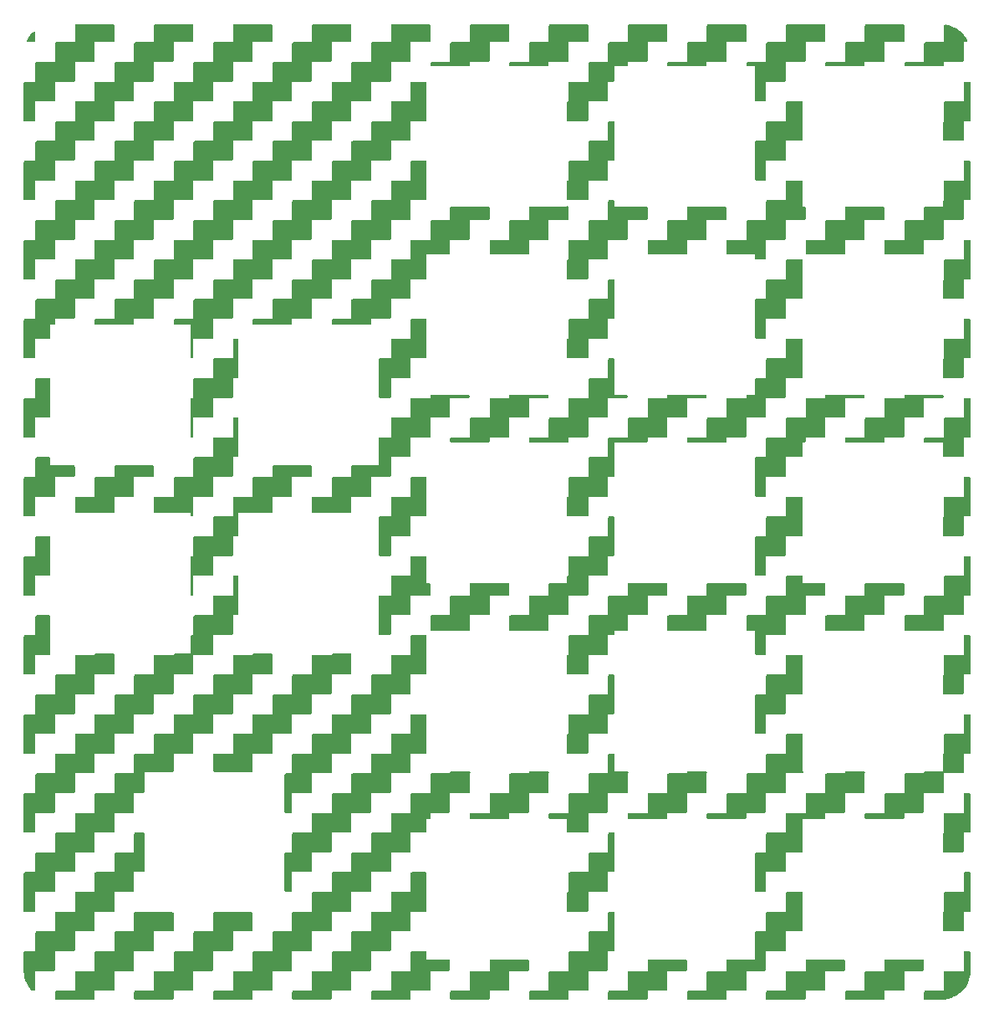
<source format=gbr>
G04 #@! TF.GenerationSoftware,KiCad,Pcbnew,7.0.9*
G04 #@! TF.CreationDate,2024-01-25T20:04:26+09:00*
G04 #@! TF.ProjectId,withTK,77697468-544b-42e6-9b69-6361645f7063,rev?*
G04 #@! TF.SameCoordinates,Original*
G04 #@! TF.FileFunction,Copper,L1,Top*
G04 #@! TF.FilePolarity,Positive*
%FSLAX46Y46*%
G04 Gerber Fmt 4.6, Leading zero omitted, Abs format (unit mm)*
G04 Created by KiCad (PCBNEW 7.0.9) date 2024-01-25 20:04:26*
%MOMM*%
%LPD*%
G01*
G04 APERTURE LIST*
G04 APERTURE END LIST*
G04 #@! TA.AperFunction,NonConductor*
G36*
X20433782Y-18044769D02*
G01*
X20488143Y-18090435D01*
X20509185Y-18158242D01*
X20509200Y-18160170D01*
X20509200Y-18974133D01*
X20489198Y-19042254D01*
X20435542Y-19088747D01*
X20383200Y-19100133D01*
X19759415Y-19100133D01*
X19691294Y-19080131D01*
X19644801Y-19026475D01*
X19634697Y-18956201D01*
X19649137Y-18913185D01*
X19720196Y-18784611D01*
X19775876Y-18683865D01*
X19779634Y-18677887D01*
X19966940Y-18413903D01*
X19971349Y-18408375D01*
X20187030Y-18167029D01*
X20192029Y-18162030D01*
X20299240Y-18066220D01*
X20363362Y-18035742D01*
X20433782Y-18044769D01*
G37*
G04 #@! TD.AperFunction*
G04 #@! TA.AperFunction,NonConductor*
G36*
X112656260Y-17327714D02*
G01*
X112927844Y-17373858D01*
X112934726Y-17375430D01*
X113245756Y-17465036D01*
X113252425Y-17467369D01*
X113399416Y-17528255D01*
X113551468Y-17591237D01*
X113557838Y-17594305D01*
X113841126Y-17750872D01*
X113847112Y-17754634D01*
X114111096Y-17941940D01*
X114116624Y-17946349D01*
X114357970Y-18162030D01*
X114362969Y-18167029D01*
X114578650Y-18408375D01*
X114583059Y-18413903D01*
X114770365Y-18677887D01*
X114774127Y-18683873D01*
X114900863Y-18913184D01*
X114916308Y-18982481D01*
X114891837Y-19049126D01*
X114835219Y-19091963D01*
X114790585Y-19100133D01*
X114509200Y-19100133D01*
X114509200Y-20974133D01*
X114489198Y-21042254D01*
X114435542Y-21088747D01*
X114383200Y-21100133D01*
X112509200Y-21100133D01*
X112509200Y-21390439D01*
X112489198Y-21458560D01*
X112435542Y-21505053D01*
X112383200Y-21516439D01*
X112362909Y-21516439D01*
X112341991Y-21520600D01*
X108635200Y-21520600D01*
X108567079Y-21500598D01*
X108520586Y-21446942D01*
X108509200Y-21394600D01*
X108509200Y-21226133D01*
X108529202Y-21158012D01*
X108582858Y-21111519D01*
X108635200Y-21100133D01*
X110509200Y-21100133D01*
X110509200Y-19226133D01*
X110529202Y-19158012D01*
X110582858Y-19111519D01*
X110635200Y-19100133D01*
X112509200Y-19100133D01*
X112509200Y-17451942D01*
X112529202Y-17383821D01*
X112582858Y-17337328D01*
X112653132Y-17327224D01*
X112656260Y-17327714D01*
G37*
G04 #@! TD.AperFunction*
G04 #@! TA.AperFunction,NonConductor*
G36*
X108451321Y-17320502D02*
G01*
X108497814Y-17374158D01*
X108509200Y-17426500D01*
X108509200Y-18974133D01*
X108489198Y-19042254D01*
X108435542Y-19088747D01*
X108383200Y-19100133D01*
X106509200Y-19100133D01*
X106509200Y-20974133D01*
X106489198Y-21042254D01*
X106435542Y-21088747D01*
X106383200Y-21100133D01*
X104509200Y-21100133D01*
X104509200Y-21394600D01*
X104489198Y-21462721D01*
X104435542Y-21509214D01*
X104383200Y-21520600D01*
X100635200Y-21520600D01*
X100567079Y-21500598D01*
X100520586Y-21446942D01*
X100509200Y-21394600D01*
X100509200Y-21226133D01*
X100529202Y-21158012D01*
X100582858Y-21111519D01*
X100635200Y-21100133D01*
X102509200Y-21100133D01*
X102509200Y-19226133D01*
X102529202Y-19158012D01*
X102582858Y-19111519D01*
X102635200Y-19100133D01*
X104509200Y-19100133D01*
X104509200Y-17426500D01*
X104529202Y-17358379D01*
X104582858Y-17311886D01*
X104635200Y-17300500D01*
X108383200Y-17300500D01*
X108451321Y-17320502D01*
G37*
G04 #@! TD.AperFunction*
G04 #@! TA.AperFunction,NonConductor*
G36*
X92451321Y-17320502D02*
G01*
X92497814Y-17374158D01*
X92509200Y-17426500D01*
X92509200Y-18974133D01*
X92489198Y-19042254D01*
X92435542Y-19088747D01*
X92383200Y-19100133D01*
X90509200Y-19100133D01*
X90509200Y-20974133D01*
X90489198Y-21042254D01*
X90435542Y-21088747D01*
X90383200Y-21100133D01*
X88509200Y-21100133D01*
X88509200Y-21394600D01*
X88489198Y-21462721D01*
X88435542Y-21509214D01*
X88383200Y-21520600D01*
X84635200Y-21520600D01*
X84567079Y-21500598D01*
X84520586Y-21446942D01*
X84509200Y-21394600D01*
X84509200Y-21226133D01*
X84529202Y-21158012D01*
X84582858Y-21111519D01*
X84635200Y-21100133D01*
X86509200Y-21100133D01*
X86509200Y-19226133D01*
X86529202Y-19158012D01*
X86582858Y-19111519D01*
X86635200Y-19100133D01*
X88509200Y-19100133D01*
X88509200Y-17426500D01*
X88529202Y-17358379D01*
X88582858Y-17311886D01*
X88635200Y-17300500D01*
X92383200Y-17300500D01*
X92451321Y-17320502D01*
G37*
G04 #@! TD.AperFunction*
G04 #@! TA.AperFunction,NonConductor*
G36*
X76451321Y-17320502D02*
G01*
X76497814Y-17374158D01*
X76509200Y-17426500D01*
X76509200Y-18974133D01*
X76489198Y-19042254D01*
X76435542Y-19088747D01*
X76383200Y-19100133D01*
X74509200Y-19100133D01*
X74509200Y-20974133D01*
X74489198Y-21042254D01*
X74435542Y-21088747D01*
X74383200Y-21100133D01*
X72509200Y-21100133D01*
X72509200Y-21394600D01*
X72489198Y-21462721D01*
X72435542Y-21509214D01*
X72383200Y-21520600D01*
X68635200Y-21520600D01*
X68567079Y-21500598D01*
X68520586Y-21446942D01*
X68509200Y-21394600D01*
X68509200Y-21226133D01*
X68529202Y-21158012D01*
X68582858Y-21111519D01*
X68635200Y-21100133D01*
X70509200Y-21100133D01*
X70509200Y-19226133D01*
X70529202Y-19158012D01*
X70582858Y-19111519D01*
X70635200Y-19100133D01*
X72509200Y-19100133D01*
X72509200Y-17426500D01*
X72529202Y-17358379D01*
X72582858Y-17311886D01*
X72635200Y-17300500D01*
X76383200Y-17300500D01*
X76451321Y-17320502D01*
G37*
G04 #@! TD.AperFunction*
G04 #@! TA.AperFunction,NonConductor*
G36*
X68451321Y-17320502D02*
G01*
X68497814Y-17374158D01*
X68509200Y-17426500D01*
X68509200Y-18974133D01*
X68489198Y-19042254D01*
X68435542Y-19088747D01*
X68383200Y-19100133D01*
X66509200Y-19100133D01*
X66509200Y-20974133D01*
X66489198Y-21042254D01*
X66435542Y-21088747D01*
X66383200Y-21100133D01*
X64509200Y-21100133D01*
X64509200Y-21394600D01*
X64489198Y-21462721D01*
X64435542Y-21509214D01*
X64383200Y-21520600D01*
X60635200Y-21520600D01*
X60567079Y-21500598D01*
X60520586Y-21446942D01*
X60509200Y-21394600D01*
X60509200Y-21226133D01*
X60529202Y-21158012D01*
X60582858Y-21111519D01*
X60635200Y-21100133D01*
X62509200Y-21100133D01*
X62509200Y-19226133D01*
X62529202Y-19158012D01*
X62582858Y-19111519D01*
X62635200Y-19100133D01*
X64509200Y-19100133D01*
X64509200Y-17426500D01*
X64529202Y-17358379D01*
X64582858Y-17311886D01*
X64635200Y-17300500D01*
X68383200Y-17300500D01*
X68451321Y-17320502D01*
G37*
G04 #@! TD.AperFunction*
G04 #@! TA.AperFunction,NonConductor*
G36*
X100451321Y-17320502D02*
G01*
X100497814Y-17374158D01*
X100509200Y-17426500D01*
X100509200Y-18974133D01*
X100489198Y-19042254D01*
X100435542Y-19088747D01*
X100383200Y-19100133D01*
X98509200Y-19100133D01*
X98509200Y-20974133D01*
X98489198Y-21042254D01*
X98435542Y-21088747D01*
X98383200Y-21100133D01*
X96509200Y-21100133D01*
X96509200Y-22974133D01*
X96489198Y-23042254D01*
X96435542Y-23088747D01*
X96383200Y-23100133D01*
X94509200Y-23100133D01*
X94509200Y-24974133D01*
X94489198Y-25042254D01*
X94435542Y-25088747D01*
X94383200Y-25100133D01*
X93503600Y-25100133D01*
X93435479Y-25080131D01*
X93388986Y-25026475D01*
X93377600Y-24974133D01*
X93377600Y-21606209D01*
X93381761Y-21585293D01*
X93381761Y-21571101D01*
X93381761Y-21571100D01*
X93365751Y-21532449D01*
X93337145Y-21520600D01*
X93327100Y-21516439D01*
X93312909Y-21516439D01*
X93291991Y-21520600D01*
X92635200Y-21520600D01*
X92567079Y-21500598D01*
X92520586Y-21446942D01*
X92509200Y-21394600D01*
X92509200Y-21226133D01*
X92529202Y-21158012D01*
X92582858Y-21111519D01*
X92635200Y-21100133D01*
X94509200Y-21100133D01*
X94509200Y-19226133D01*
X94529202Y-19158012D01*
X94582858Y-19111519D01*
X94635200Y-19100133D01*
X96509200Y-19100133D01*
X96509200Y-17426500D01*
X96529202Y-17358379D01*
X96582858Y-17311886D01*
X96635200Y-17300500D01*
X100383200Y-17300500D01*
X100451321Y-17320502D01*
G37*
G04 #@! TD.AperFunction*
G04 #@! TA.AperFunction,NonConductor*
G36*
X28451321Y-17320502D02*
G01*
X28497814Y-17374158D01*
X28509200Y-17426500D01*
X28509200Y-18974133D01*
X28489198Y-19042254D01*
X28435542Y-19088747D01*
X28383200Y-19100133D01*
X26509200Y-19100133D01*
X26509200Y-20974133D01*
X26489198Y-21042254D01*
X26435542Y-21088747D01*
X26383200Y-21100133D01*
X24509200Y-21100133D01*
X24509200Y-22974133D01*
X24489198Y-23042254D01*
X24435542Y-23088747D01*
X24383200Y-23100133D01*
X22509200Y-23100133D01*
X22509200Y-24974133D01*
X22489198Y-25042254D01*
X22435542Y-25088747D01*
X22383200Y-25100133D01*
X20509200Y-25100133D01*
X20509200Y-26974133D01*
X20489198Y-27042254D01*
X20435542Y-27088747D01*
X20383200Y-27100133D01*
X19451500Y-27100133D01*
X19383379Y-27080131D01*
X19336886Y-27026475D01*
X19325500Y-26974133D01*
X19325500Y-23226133D01*
X19345502Y-23158012D01*
X19399158Y-23111519D01*
X19451500Y-23100133D01*
X20509200Y-23100133D01*
X20509200Y-21226133D01*
X20529202Y-21158012D01*
X20582858Y-21111519D01*
X20635200Y-21100133D01*
X22509200Y-21100133D01*
X22509200Y-19226133D01*
X22529202Y-19158012D01*
X22582858Y-19111519D01*
X22635200Y-19100133D01*
X24509200Y-19100133D01*
X24509200Y-17426500D01*
X24529202Y-17358379D01*
X24582858Y-17311886D01*
X24635200Y-17300500D01*
X28383200Y-17300500D01*
X28451321Y-17320502D01*
G37*
G04 #@! TD.AperFunction*
G04 #@! TA.AperFunction,NonConductor*
G36*
X84451321Y-17320502D02*
G01*
X84497814Y-17374158D01*
X84509200Y-17426500D01*
X84509200Y-18974133D01*
X84489198Y-19042254D01*
X84435542Y-19088747D01*
X84383200Y-19100133D01*
X82509200Y-19100133D01*
X82509200Y-20974133D01*
X82489198Y-21042254D01*
X82435542Y-21088747D01*
X82383200Y-21100133D01*
X80509200Y-21100133D01*
X80509200Y-21394600D01*
X80489198Y-21462721D01*
X80435542Y-21509214D01*
X80383200Y-21520600D01*
X79262209Y-21520600D01*
X79241291Y-21516439D01*
X79227100Y-21516439D01*
X79217055Y-21520600D01*
X79188450Y-21532448D01*
X79188449Y-21532448D01*
X79188449Y-21532449D01*
X79172439Y-21571100D01*
X79172439Y-21571101D01*
X79172439Y-21585293D01*
X79176600Y-21606209D01*
X79176600Y-22974133D01*
X79156598Y-23042254D01*
X79102942Y-23088747D01*
X79050600Y-23100133D01*
X78509200Y-23100133D01*
X78509200Y-24974133D01*
X78489198Y-25042254D01*
X78435542Y-25088747D01*
X78383200Y-25100133D01*
X76509200Y-25100133D01*
X76509200Y-26974133D01*
X76489198Y-27042254D01*
X76435542Y-27088747D01*
X76383200Y-27100133D01*
X74481354Y-27100133D01*
X74480383Y-27100663D01*
X74472973Y-27100133D01*
X74457009Y-27100133D01*
X74457009Y-27098991D01*
X74409568Y-27095598D01*
X74352732Y-27053051D01*
X74327921Y-26986531D01*
X74327600Y-26977542D01*
X74327600Y-25226133D01*
X74347602Y-25158012D01*
X74401258Y-25111519D01*
X74453600Y-25100133D01*
X74509200Y-25100133D01*
X74509200Y-23226133D01*
X74529202Y-23158012D01*
X74582858Y-23111519D01*
X74635200Y-23100133D01*
X76509200Y-23100133D01*
X76509200Y-21226133D01*
X76529202Y-21158012D01*
X76582858Y-21111519D01*
X76635200Y-21100133D01*
X78509200Y-21100133D01*
X78509200Y-19226133D01*
X78529202Y-19158012D01*
X78582858Y-19111519D01*
X78635200Y-19100133D01*
X80509200Y-19100133D01*
X80509200Y-17426500D01*
X80529202Y-17358379D01*
X80582858Y-17311886D01*
X80635200Y-17300500D01*
X84383200Y-17300500D01*
X84451321Y-17320502D01*
G37*
G04 #@! TD.AperFunction*
G04 #@! TA.AperFunction,NonConductor*
G36*
X115166621Y-23120135D02*
G01*
X115213114Y-23173791D01*
X115224500Y-23226133D01*
X115224500Y-26974133D01*
X115204498Y-27042254D01*
X115150842Y-27088747D01*
X115098500Y-27100133D01*
X114509200Y-27100133D01*
X114509200Y-28974133D01*
X114489198Y-29042254D01*
X114435542Y-29088747D01*
X114383200Y-29100133D01*
X112553600Y-29100133D01*
X112485479Y-29080131D01*
X112438986Y-29026475D01*
X112427600Y-28974133D01*
X112427600Y-27226133D01*
X112447602Y-27158012D01*
X112475467Y-27133866D01*
X112509200Y-27100134D01*
X112509200Y-25226133D01*
X112529202Y-25158012D01*
X112582858Y-25111519D01*
X112635200Y-25100133D01*
X114509200Y-25100133D01*
X114509200Y-23226133D01*
X114529202Y-23158012D01*
X114582858Y-23111519D01*
X114635200Y-23100133D01*
X115098500Y-23100133D01*
X115166621Y-23120135D01*
G37*
G04 #@! TD.AperFunction*
G04 #@! TA.AperFunction,NonConductor*
G36*
X98168721Y-25120135D02*
G01*
X98215214Y-25173791D01*
X98226600Y-25226133D01*
X98226600Y-28974133D01*
X98206598Y-29042254D01*
X98152942Y-29088747D01*
X98100600Y-29100133D01*
X96509200Y-29100133D01*
X96509200Y-30974133D01*
X96489198Y-31042254D01*
X96435542Y-31088747D01*
X96383200Y-31100133D01*
X94509200Y-31100133D01*
X94509200Y-32974133D01*
X94489198Y-33042254D01*
X94435542Y-33088747D01*
X94383200Y-33100133D01*
X93503600Y-33100133D01*
X93435479Y-33080131D01*
X93388986Y-33026475D01*
X93377600Y-32974133D01*
X93377600Y-29226133D01*
X93397602Y-29158012D01*
X93451258Y-29111519D01*
X93503600Y-29100133D01*
X94509200Y-29100133D01*
X94509200Y-27226133D01*
X94529202Y-27158012D01*
X94582858Y-27111519D01*
X94635200Y-27100133D01*
X96509200Y-27100133D01*
X96509200Y-25226133D01*
X96529202Y-25158012D01*
X96582858Y-25111519D01*
X96635200Y-25100133D01*
X98100600Y-25100133D01*
X98168721Y-25120135D01*
G37*
G04 #@! TD.AperFunction*
G04 #@! TA.AperFunction,NonConductor*
G36*
X36451321Y-17320502D02*
G01*
X36497814Y-17374158D01*
X36509200Y-17426500D01*
X36509200Y-18974133D01*
X36489198Y-19042254D01*
X36435542Y-19088747D01*
X36383200Y-19100133D01*
X34509200Y-19100133D01*
X34509200Y-20974133D01*
X34489198Y-21042254D01*
X34435542Y-21088747D01*
X34383200Y-21100133D01*
X32509200Y-21100133D01*
X32509200Y-22974133D01*
X32489198Y-23042254D01*
X32435542Y-23088747D01*
X32383200Y-23100133D01*
X30509200Y-23100133D01*
X30509200Y-24974133D01*
X30489198Y-25042254D01*
X30435542Y-25088747D01*
X30383200Y-25100133D01*
X28509200Y-25100133D01*
X28509200Y-26974133D01*
X28489198Y-27042254D01*
X28435542Y-27088747D01*
X28383200Y-27100133D01*
X26509200Y-27100133D01*
X26509200Y-28974133D01*
X26489198Y-29042254D01*
X26435542Y-29088747D01*
X26383200Y-29100133D01*
X24509200Y-29100133D01*
X24509200Y-30974133D01*
X24489198Y-31042254D01*
X24435542Y-31088747D01*
X24383200Y-31100133D01*
X22509200Y-31100133D01*
X22509200Y-32974133D01*
X22489198Y-33042254D01*
X22435542Y-33088747D01*
X22383200Y-33100133D01*
X20509200Y-33100133D01*
X20509200Y-34974133D01*
X20489198Y-35042254D01*
X20435542Y-35088747D01*
X20383200Y-35100133D01*
X19451500Y-35100133D01*
X19383379Y-35080131D01*
X19336886Y-35026475D01*
X19325500Y-34974133D01*
X19325500Y-31226133D01*
X19345502Y-31158012D01*
X19399158Y-31111519D01*
X19451500Y-31100133D01*
X20509200Y-31100133D01*
X20509200Y-29226133D01*
X20529202Y-29158012D01*
X20582858Y-29111519D01*
X20635200Y-29100133D01*
X22509200Y-29100133D01*
X22509200Y-27226133D01*
X22529202Y-27158012D01*
X22582858Y-27111519D01*
X22635200Y-27100133D01*
X24509200Y-27100133D01*
X24509200Y-25226133D01*
X24529202Y-25158012D01*
X24582858Y-25111519D01*
X24635200Y-25100133D01*
X26509200Y-25100133D01*
X26509200Y-23226133D01*
X26529202Y-23158012D01*
X26582858Y-23111519D01*
X26635200Y-23100133D01*
X28509200Y-23100133D01*
X28509200Y-21226133D01*
X28529202Y-21158012D01*
X28582858Y-21111519D01*
X28635200Y-21100133D01*
X30509200Y-21100133D01*
X30509200Y-19226133D01*
X30529202Y-19158012D01*
X30582858Y-19111519D01*
X30635200Y-19100133D01*
X32509200Y-19100133D01*
X32509200Y-17426500D01*
X32529202Y-17358379D01*
X32582858Y-17311886D01*
X32635200Y-17300500D01*
X36383200Y-17300500D01*
X36451321Y-17320502D01*
G37*
G04 #@! TD.AperFunction*
G04 #@! TA.AperFunction,NonConductor*
G36*
X79118721Y-27120135D02*
G01*
X79165214Y-27173791D01*
X79176600Y-27226133D01*
X79176600Y-30974133D01*
X79156598Y-31042254D01*
X79102942Y-31088747D01*
X79050600Y-31100133D01*
X78509200Y-31100133D01*
X78509200Y-32974133D01*
X78489198Y-33042254D01*
X78435542Y-33088747D01*
X78383200Y-33100133D01*
X76509200Y-33100133D01*
X76509200Y-34974133D01*
X76489198Y-35042254D01*
X76435542Y-35088747D01*
X76383200Y-35100133D01*
X74481354Y-35100133D01*
X74480383Y-35100663D01*
X74472973Y-35100133D01*
X74457009Y-35100133D01*
X74457009Y-35098991D01*
X74409568Y-35095598D01*
X74352732Y-35053051D01*
X74327921Y-34986531D01*
X74327600Y-34977542D01*
X74327600Y-33226133D01*
X74347602Y-33158012D01*
X74401258Y-33111519D01*
X74453600Y-33100133D01*
X74509200Y-33100133D01*
X74509200Y-31226133D01*
X74529202Y-31158012D01*
X74582858Y-31111519D01*
X74635200Y-31100133D01*
X76509200Y-31100133D01*
X76509200Y-29226133D01*
X76529202Y-29158012D01*
X76582858Y-29111519D01*
X76635200Y-29100133D01*
X78509200Y-29100133D01*
X78509200Y-27226133D01*
X78529202Y-27158012D01*
X78582858Y-27111519D01*
X78635200Y-27100133D01*
X79050600Y-27100133D01*
X79118721Y-27120135D01*
G37*
G04 #@! TD.AperFunction*
G04 #@! TA.AperFunction,NonConductor*
G36*
X115166621Y-31120135D02*
G01*
X115213114Y-31173791D01*
X115224500Y-31226133D01*
X115224500Y-34974133D01*
X115204498Y-35042254D01*
X115150842Y-35088747D01*
X115098500Y-35100133D01*
X114509200Y-35100133D01*
X114509200Y-36974133D01*
X114489198Y-37042254D01*
X114435542Y-37088747D01*
X114383200Y-37100133D01*
X112509200Y-37100133D01*
X112509200Y-38974133D01*
X112489198Y-39042254D01*
X112435542Y-39088747D01*
X112383200Y-39100133D01*
X110509200Y-39100133D01*
X110509200Y-40444600D01*
X110489198Y-40512721D01*
X110435542Y-40559214D01*
X110383200Y-40570600D01*
X106635200Y-40570600D01*
X106567079Y-40550598D01*
X106520586Y-40496942D01*
X106509200Y-40444600D01*
X106509200Y-39226133D01*
X106529202Y-39158012D01*
X106582858Y-39111519D01*
X106635200Y-39100133D01*
X108509200Y-39100133D01*
X108509200Y-37226133D01*
X108529202Y-37158012D01*
X108582858Y-37111519D01*
X108635200Y-37100133D01*
X110509200Y-37100133D01*
X110509200Y-35847600D01*
X110529202Y-35779479D01*
X110582858Y-35732986D01*
X110635200Y-35721600D01*
X112341990Y-35721600D01*
X112362908Y-35725761D01*
X112377098Y-35725761D01*
X112377099Y-35725760D01*
X112377100Y-35725761D01*
X112415751Y-35709751D01*
X112427600Y-35681145D01*
X112431761Y-35671100D01*
X112431761Y-35671099D01*
X112431761Y-35656912D01*
X112427600Y-35635992D01*
X112427600Y-35226133D01*
X112447602Y-35158012D01*
X112475467Y-35133866D01*
X112509200Y-35100134D01*
X112509200Y-33226133D01*
X112529202Y-33158012D01*
X112582858Y-33111519D01*
X112635200Y-33100133D01*
X114509200Y-33100133D01*
X114509200Y-31226133D01*
X114529202Y-31158012D01*
X114582858Y-31111519D01*
X114635200Y-31100133D01*
X115098500Y-31100133D01*
X115166621Y-31120135D01*
G37*
G04 #@! TD.AperFunction*
G04 #@! TA.AperFunction,NonConductor*
G36*
X106451321Y-35741602D02*
G01*
X106497814Y-35795258D01*
X106509200Y-35847600D01*
X106509200Y-36974133D01*
X106489198Y-37042254D01*
X106435542Y-37088747D01*
X106383200Y-37100133D01*
X104509200Y-37100133D01*
X104509200Y-38974133D01*
X104489198Y-39042254D01*
X104435542Y-39088747D01*
X104383200Y-39100133D01*
X102509200Y-39100133D01*
X102509200Y-40444600D01*
X102489198Y-40512721D01*
X102435542Y-40559214D01*
X102383200Y-40570600D01*
X98635200Y-40570600D01*
X98567079Y-40550598D01*
X98520586Y-40496942D01*
X98509200Y-40444600D01*
X98509200Y-39226133D01*
X98529202Y-39158012D01*
X98582858Y-39111519D01*
X98635200Y-39100133D01*
X100509200Y-39100133D01*
X100509200Y-37226133D01*
X100529202Y-37158012D01*
X100582858Y-37111519D01*
X100635200Y-37100133D01*
X102509200Y-37100133D01*
X102509200Y-35847600D01*
X102529202Y-35779479D01*
X102582858Y-35732986D01*
X102635200Y-35721600D01*
X106383200Y-35721600D01*
X106451321Y-35741602D01*
G37*
G04 #@! TD.AperFunction*
G04 #@! TA.AperFunction,NonConductor*
G36*
X90451321Y-35741602D02*
G01*
X90497814Y-35795258D01*
X90509200Y-35847600D01*
X90509200Y-36974133D01*
X90489198Y-37042254D01*
X90435542Y-37088747D01*
X90383200Y-37100133D01*
X88509200Y-37100133D01*
X88509200Y-38974133D01*
X88489198Y-39042254D01*
X88435542Y-39088747D01*
X88383200Y-39100133D01*
X86509200Y-39100133D01*
X86509200Y-40444600D01*
X86489198Y-40512721D01*
X86435542Y-40559214D01*
X86383200Y-40570600D01*
X82635200Y-40570600D01*
X82567079Y-40550598D01*
X82520586Y-40496942D01*
X82509200Y-40444600D01*
X82509200Y-39226133D01*
X82529202Y-39158012D01*
X82582858Y-39111519D01*
X82635200Y-39100133D01*
X84509200Y-39100133D01*
X84509200Y-37226133D01*
X84529202Y-37158012D01*
X84582858Y-37111519D01*
X84635200Y-37100133D01*
X86509200Y-37100133D01*
X86509200Y-35847600D01*
X86529202Y-35779479D01*
X86582858Y-35732986D01*
X86635200Y-35721600D01*
X90383200Y-35721600D01*
X90451321Y-35741602D01*
G37*
G04 #@! TD.AperFunction*
G04 #@! TA.AperFunction,NonConductor*
G36*
X74469057Y-35725973D02*
G01*
X74505286Y-35787031D01*
X74509200Y-35818193D01*
X74509200Y-36974133D01*
X74489198Y-37042254D01*
X74435542Y-37088747D01*
X74383200Y-37100133D01*
X72509200Y-37100133D01*
X72509200Y-38974133D01*
X72489198Y-39042254D01*
X72435542Y-39088747D01*
X72383200Y-39100133D01*
X70509200Y-39100133D01*
X70509200Y-40444600D01*
X70489198Y-40512721D01*
X70435542Y-40559214D01*
X70383200Y-40570600D01*
X66635200Y-40570600D01*
X66567079Y-40550598D01*
X66520586Y-40496942D01*
X66509200Y-40444600D01*
X66509200Y-39226133D01*
X66529202Y-39158012D01*
X66582858Y-39111519D01*
X66635200Y-39100133D01*
X68509200Y-39100133D01*
X68509200Y-37226133D01*
X68529202Y-37158012D01*
X68582858Y-37111519D01*
X68635200Y-37100133D01*
X70509200Y-37100133D01*
X70509200Y-35847600D01*
X70529202Y-35779479D01*
X70582858Y-35732986D01*
X70635200Y-35721600D01*
X74241990Y-35721600D01*
X74262908Y-35725761D01*
X74277099Y-35725761D01*
X74277099Y-35725760D01*
X74277100Y-35725761D01*
X74315751Y-35709751D01*
X74315751Y-35709750D01*
X74334980Y-35701785D01*
X74405570Y-35694195D01*
X74469057Y-35725973D01*
G37*
G04 #@! TD.AperFunction*
G04 #@! TA.AperFunction,NonConductor*
G36*
X98168721Y-33120135D02*
G01*
X98215214Y-33173791D01*
X98226600Y-33226133D01*
X98226600Y-35635992D01*
X98222439Y-35656912D01*
X98222439Y-35671099D01*
X98226600Y-35681144D01*
X98238448Y-35709750D01*
X98238449Y-35709751D01*
X98277100Y-35725761D01*
X98277100Y-35725760D01*
X98277102Y-35725761D01*
X98291292Y-35725761D01*
X98312210Y-35721600D01*
X98383200Y-35721600D01*
X98451321Y-35741602D01*
X98497814Y-35795258D01*
X98509200Y-35847600D01*
X98509200Y-36974133D01*
X98489198Y-37042254D01*
X98435542Y-37088747D01*
X98383200Y-37100133D01*
X96509200Y-37100133D01*
X96509200Y-38974133D01*
X96489198Y-39042254D01*
X96435542Y-39088747D01*
X96383200Y-39100133D01*
X94509200Y-39100133D01*
X94509200Y-40974133D01*
X94489198Y-41042254D01*
X94435542Y-41088747D01*
X94383200Y-41100133D01*
X93503600Y-41100133D01*
X93435479Y-41080131D01*
X93388986Y-41026475D01*
X93377600Y-40974133D01*
X93377600Y-40656209D01*
X93381761Y-40635293D01*
X93381761Y-40621101D01*
X93381761Y-40621100D01*
X93365751Y-40582449D01*
X93337145Y-40570600D01*
X93327100Y-40566439D01*
X93312909Y-40566439D01*
X93291991Y-40570600D01*
X90635200Y-40570600D01*
X90567079Y-40550598D01*
X90520586Y-40496942D01*
X90509200Y-40444600D01*
X90509200Y-39226133D01*
X90529202Y-39158012D01*
X90582858Y-39111519D01*
X90635200Y-39100133D01*
X92509200Y-39100133D01*
X92509200Y-37226133D01*
X92529202Y-37158012D01*
X92582858Y-37111519D01*
X92635200Y-37100133D01*
X94509200Y-37100133D01*
X94509200Y-35226133D01*
X94529202Y-35158012D01*
X94582858Y-35111519D01*
X94635200Y-35100133D01*
X96509200Y-35100133D01*
X96509200Y-33226133D01*
X96529202Y-33158012D01*
X96582858Y-33111519D01*
X96635200Y-33100133D01*
X98100600Y-33100133D01*
X98168721Y-33120135D01*
G37*
G04 #@! TD.AperFunction*
G04 #@! TA.AperFunction,NonConductor*
G36*
X44451321Y-17320502D02*
G01*
X44497814Y-17374158D01*
X44509200Y-17426500D01*
X44509200Y-18974133D01*
X44489198Y-19042254D01*
X44435542Y-19088747D01*
X44383200Y-19100133D01*
X42509200Y-19100133D01*
X42509200Y-20974133D01*
X42489198Y-21042254D01*
X42435542Y-21088747D01*
X42383200Y-21100133D01*
X40509200Y-21100133D01*
X40509200Y-22974133D01*
X40489198Y-23042254D01*
X40435542Y-23088747D01*
X40383200Y-23100133D01*
X38509200Y-23100133D01*
X38509200Y-24974133D01*
X38489198Y-25042254D01*
X38435542Y-25088747D01*
X38383200Y-25100133D01*
X36509200Y-25100133D01*
X36509200Y-26974133D01*
X36489198Y-27042254D01*
X36435542Y-27088747D01*
X36383200Y-27100133D01*
X34509200Y-27100133D01*
X34509200Y-28974133D01*
X34489198Y-29042254D01*
X34435542Y-29088747D01*
X34383200Y-29100133D01*
X32509200Y-29100133D01*
X32509200Y-30974133D01*
X32489198Y-31042254D01*
X32435542Y-31088747D01*
X32383200Y-31100133D01*
X30509200Y-31100133D01*
X30509200Y-32974133D01*
X30489198Y-33042254D01*
X30435542Y-33088747D01*
X30383200Y-33100133D01*
X28509200Y-33100133D01*
X28509200Y-34974133D01*
X28489198Y-35042254D01*
X28435542Y-35088747D01*
X28383200Y-35100133D01*
X26509200Y-35100133D01*
X26509200Y-36974133D01*
X26489198Y-37042254D01*
X26435542Y-37088747D01*
X26383200Y-37100133D01*
X24509200Y-37100133D01*
X24509200Y-38974133D01*
X24489198Y-39042254D01*
X24435542Y-39088747D01*
X24383200Y-39100133D01*
X22509200Y-39100133D01*
X22509200Y-40974133D01*
X22489198Y-41042254D01*
X22435542Y-41088747D01*
X22383200Y-41100133D01*
X20509200Y-41100133D01*
X20509200Y-42974133D01*
X20489198Y-43042254D01*
X20435542Y-43088747D01*
X20383200Y-43100133D01*
X19451500Y-43100133D01*
X19383379Y-43080131D01*
X19336886Y-43026475D01*
X19325500Y-42974133D01*
X19325500Y-39226133D01*
X19345502Y-39158012D01*
X19399158Y-39111519D01*
X19451500Y-39100133D01*
X20509200Y-39100133D01*
X20509200Y-37226133D01*
X20529202Y-37158012D01*
X20582858Y-37111519D01*
X20635200Y-37100133D01*
X22509200Y-37100133D01*
X22509200Y-35226133D01*
X22529202Y-35158012D01*
X22582858Y-35111519D01*
X22635200Y-35100133D01*
X24509200Y-35100133D01*
X24509200Y-33226133D01*
X24529202Y-33158012D01*
X24582858Y-33111519D01*
X24635200Y-33100133D01*
X26509200Y-33100133D01*
X26509200Y-31226133D01*
X26529202Y-31158012D01*
X26582858Y-31111519D01*
X26635200Y-31100133D01*
X28509200Y-31100133D01*
X28509200Y-29226133D01*
X28529202Y-29158012D01*
X28582858Y-29111519D01*
X28635200Y-29100133D01*
X30509200Y-29100133D01*
X30509200Y-27226133D01*
X30529202Y-27158012D01*
X30582858Y-27111519D01*
X30635200Y-27100133D01*
X32509200Y-27100133D01*
X32509200Y-25226133D01*
X32529202Y-25158012D01*
X32582858Y-25111519D01*
X32635200Y-25100133D01*
X34509200Y-25100133D01*
X34509200Y-23226133D01*
X34529202Y-23158012D01*
X34582858Y-23111519D01*
X34635200Y-23100133D01*
X36509200Y-23100133D01*
X36509200Y-21226133D01*
X36529202Y-21158012D01*
X36582858Y-21111519D01*
X36635200Y-21100133D01*
X38509200Y-21100133D01*
X38509200Y-19226133D01*
X38529202Y-19158012D01*
X38582858Y-19111519D01*
X38635200Y-19100133D01*
X40509200Y-19100133D01*
X40509200Y-17426500D01*
X40529202Y-17358379D01*
X40582858Y-17311886D01*
X40635200Y-17300500D01*
X44383200Y-17300500D01*
X44451321Y-17320502D01*
G37*
G04 #@! TD.AperFunction*
G04 #@! TA.AperFunction,NonConductor*
G36*
X79118721Y-35120135D02*
G01*
X79165214Y-35173791D01*
X79176600Y-35226133D01*
X79176600Y-35635992D01*
X79172439Y-35656912D01*
X79172439Y-35671099D01*
X79176600Y-35681144D01*
X79188448Y-35709750D01*
X79188449Y-35709751D01*
X79227100Y-35725761D01*
X79227100Y-35725760D01*
X79227102Y-35725761D01*
X79241292Y-35725761D01*
X79262210Y-35721600D01*
X82383200Y-35721600D01*
X82451321Y-35741602D01*
X82497814Y-35795258D01*
X82509200Y-35847600D01*
X82509200Y-36974133D01*
X82489198Y-37042254D01*
X82435542Y-37088747D01*
X82383200Y-37100133D01*
X80509200Y-37100133D01*
X80509200Y-38974133D01*
X80489198Y-39042254D01*
X80435542Y-39088747D01*
X80383200Y-39100133D01*
X78509200Y-39100133D01*
X78509200Y-40974133D01*
X78489198Y-41042254D01*
X78435542Y-41088747D01*
X78383200Y-41100133D01*
X76509200Y-41100133D01*
X76509200Y-42974133D01*
X76489198Y-43042254D01*
X76435542Y-43088747D01*
X76383200Y-43100133D01*
X74481354Y-43100133D01*
X74480383Y-43100663D01*
X74472973Y-43100133D01*
X74457009Y-43100133D01*
X74457009Y-43098991D01*
X74409568Y-43095598D01*
X74352732Y-43053051D01*
X74327921Y-42986531D01*
X74327600Y-42977542D01*
X74327600Y-41226133D01*
X74347602Y-41158012D01*
X74401258Y-41111519D01*
X74453600Y-41100133D01*
X74509200Y-41100133D01*
X74509200Y-39226133D01*
X74529202Y-39158012D01*
X74582858Y-39111519D01*
X74635200Y-39100133D01*
X76509200Y-39100133D01*
X76509200Y-37226133D01*
X76529202Y-37158012D01*
X76582858Y-37111519D01*
X76635200Y-37100133D01*
X78509200Y-37100133D01*
X78509200Y-35226133D01*
X78529202Y-35158012D01*
X78582858Y-35111519D01*
X78635200Y-35100133D01*
X79050600Y-35100133D01*
X79118721Y-35120135D01*
G37*
G04 #@! TD.AperFunction*
G04 #@! TA.AperFunction,NonConductor*
G36*
X115166621Y-39120135D02*
G01*
X115213114Y-39173791D01*
X115224500Y-39226133D01*
X115224500Y-42974133D01*
X115204498Y-43042254D01*
X115150842Y-43088747D01*
X115098500Y-43100133D01*
X114509200Y-43100133D01*
X114509200Y-44974133D01*
X114489198Y-45042254D01*
X114435542Y-45088747D01*
X114383200Y-45100133D01*
X112553600Y-45100133D01*
X112485479Y-45080131D01*
X112438986Y-45026475D01*
X112427600Y-44974133D01*
X112427600Y-43226133D01*
X112447602Y-43158012D01*
X112475467Y-43133866D01*
X112509200Y-43100134D01*
X112509200Y-41226133D01*
X112529202Y-41158012D01*
X112582858Y-41111519D01*
X112635200Y-41100133D01*
X114509200Y-41100133D01*
X114509200Y-39226133D01*
X114529202Y-39158012D01*
X114582858Y-39111519D01*
X114635200Y-39100133D01*
X115098500Y-39100133D01*
X115166621Y-39120135D01*
G37*
G04 #@! TD.AperFunction*
G04 #@! TA.AperFunction,NonConductor*
G36*
X66451321Y-35741602D02*
G01*
X66497814Y-35795258D01*
X66509200Y-35847600D01*
X66509200Y-36974133D01*
X66489198Y-37042254D01*
X66435542Y-37088747D01*
X66383200Y-37100133D01*
X64509200Y-37100133D01*
X64509200Y-38974133D01*
X64489198Y-39042254D01*
X64435542Y-39088747D01*
X64383200Y-39100133D01*
X62509200Y-39100133D01*
X62509200Y-40444600D01*
X62489198Y-40512721D01*
X62435542Y-40559214D01*
X62383200Y-40570600D01*
X60212209Y-40570600D01*
X60191291Y-40566439D01*
X60177100Y-40566439D01*
X60167055Y-40570600D01*
X60138450Y-40582448D01*
X60138449Y-40582448D01*
X60138449Y-40582449D01*
X60122439Y-40621100D01*
X60122439Y-40621101D01*
X60122439Y-40635293D01*
X60126600Y-40656209D01*
X60126600Y-42974133D01*
X60106598Y-43042254D01*
X60052942Y-43088747D01*
X60000600Y-43100133D01*
X58509200Y-43100133D01*
X58509200Y-44974133D01*
X58489198Y-45042254D01*
X58435542Y-45088747D01*
X58383200Y-45100133D01*
X56509200Y-45100133D01*
X56509200Y-46974133D01*
X56489198Y-47042254D01*
X56435542Y-47088747D01*
X56383200Y-47100133D01*
X54509200Y-47100133D01*
X54509200Y-47588400D01*
X54489198Y-47656521D01*
X54435542Y-47703014D01*
X54383200Y-47714400D01*
X50635200Y-47714400D01*
X50567079Y-47694398D01*
X50520586Y-47640742D01*
X50509200Y-47588400D01*
X50509200Y-47226133D01*
X50529202Y-47158012D01*
X50582858Y-47111519D01*
X50635200Y-47100133D01*
X52509200Y-47100133D01*
X52509200Y-45226133D01*
X52529202Y-45158012D01*
X52582858Y-45111519D01*
X52635200Y-45100133D01*
X54509200Y-45100133D01*
X54509200Y-43226133D01*
X54529202Y-43158012D01*
X54582858Y-43111519D01*
X54635200Y-43100133D01*
X56509200Y-43100133D01*
X56509200Y-41226133D01*
X56529202Y-41158012D01*
X56582858Y-41111519D01*
X56635200Y-41100133D01*
X58509200Y-41100133D01*
X58509200Y-39226133D01*
X58529202Y-39158012D01*
X58582858Y-39111519D01*
X58635200Y-39100133D01*
X60509200Y-39100133D01*
X60509200Y-37226133D01*
X60529202Y-37158012D01*
X60582858Y-37111519D01*
X60635200Y-37100133D01*
X62509200Y-37100133D01*
X62509200Y-35847600D01*
X62529202Y-35779479D01*
X62582858Y-35732986D01*
X62635200Y-35721600D01*
X66383200Y-35721600D01*
X66451321Y-35741602D01*
G37*
G04 #@! TD.AperFunction*
G04 #@! TA.AperFunction,NonConductor*
G36*
X60068721Y-31120135D02*
G01*
X60115214Y-31173791D01*
X60126600Y-31226133D01*
X60126600Y-34974133D01*
X60106598Y-35042254D01*
X60052942Y-35088747D01*
X60000600Y-35100133D01*
X58509200Y-35100133D01*
X58509200Y-36974133D01*
X58489198Y-37042254D01*
X58435542Y-37088747D01*
X58383200Y-37100133D01*
X56509200Y-37100133D01*
X56509200Y-38974133D01*
X56489198Y-39042254D01*
X56435542Y-39088747D01*
X56383200Y-39100133D01*
X54509200Y-39100133D01*
X54509200Y-40974133D01*
X54489198Y-41042254D01*
X54435542Y-41088747D01*
X54383200Y-41100133D01*
X52509200Y-41100133D01*
X52509200Y-42974133D01*
X52489198Y-43042254D01*
X52435542Y-43088747D01*
X52383200Y-43100133D01*
X50509200Y-43100133D01*
X50509200Y-44974133D01*
X50489198Y-45042254D01*
X50435542Y-45088747D01*
X50383200Y-45100133D01*
X48509200Y-45100133D01*
X48509200Y-46974133D01*
X48489198Y-47042254D01*
X48435542Y-47088747D01*
X48383200Y-47100133D01*
X46509200Y-47100133D01*
X46509200Y-47588400D01*
X46489198Y-47656521D01*
X46435542Y-47703014D01*
X46383200Y-47714400D01*
X42635200Y-47714400D01*
X42567079Y-47694398D01*
X42520586Y-47640742D01*
X42509200Y-47588400D01*
X42509200Y-47226133D01*
X42529202Y-47158012D01*
X42582858Y-47111519D01*
X42635200Y-47100133D01*
X44509200Y-47100133D01*
X44509200Y-45226133D01*
X44529202Y-45158012D01*
X44582858Y-45111519D01*
X44635200Y-45100133D01*
X46509200Y-45100133D01*
X46509200Y-43226133D01*
X46529202Y-43158012D01*
X46582858Y-43111519D01*
X46635200Y-43100133D01*
X48509200Y-43100133D01*
X48509200Y-41226133D01*
X48529202Y-41158012D01*
X48582858Y-41111519D01*
X48635200Y-41100133D01*
X50509200Y-41100133D01*
X50509200Y-39226133D01*
X50529202Y-39158012D01*
X50582858Y-39111519D01*
X50635200Y-39100133D01*
X52509200Y-39100133D01*
X52509200Y-37226133D01*
X52529202Y-37158012D01*
X52582858Y-37111519D01*
X52635200Y-37100133D01*
X54509200Y-37100133D01*
X54509200Y-35226133D01*
X54529202Y-35158012D01*
X54582858Y-35111519D01*
X54635200Y-35100133D01*
X56509200Y-35100133D01*
X56509200Y-33226133D01*
X56529202Y-33158012D01*
X56582858Y-33111519D01*
X56635200Y-33100133D01*
X58509200Y-33100133D01*
X58509200Y-31226133D01*
X58529202Y-31158012D01*
X58582858Y-31111519D01*
X58635200Y-31100133D01*
X60000600Y-31100133D01*
X60068721Y-31120135D01*
G37*
G04 #@! TD.AperFunction*
G04 #@! TA.AperFunction,NonConductor*
G36*
X60451321Y-17320502D02*
G01*
X60497814Y-17374158D01*
X60509200Y-17426500D01*
X60509200Y-18974133D01*
X60489198Y-19042254D01*
X60435542Y-19088747D01*
X60383200Y-19100133D01*
X58509200Y-19100133D01*
X58509200Y-20974133D01*
X58489198Y-21042254D01*
X58435542Y-21088747D01*
X58383200Y-21100133D01*
X56509200Y-21100133D01*
X56509200Y-22974133D01*
X56489198Y-23042254D01*
X56435542Y-23088747D01*
X56383200Y-23100133D01*
X54509200Y-23100133D01*
X54509200Y-24974133D01*
X54489198Y-25042254D01*
X54435542Y-25088747D01*
X54383200Y-25100133D01*
X52509200Y-25100133D01*
X52509200Y-26974133D01*
X52489198Y-27042254D01*
X52435542Y-27088747D01*
X52383200Y-27100133D01*
X50509200Y-27100133D01*
X50509200Y-28974133D01*
X50489198Y-29042254D01*
X50435542Y-29088747D01*
X50383200Y-29100133D01*
X48509200Y-29100133D01*
X48509200Y-30974133D01*
X48489198Y-31042254D01*
X48435542Y-31088747D01*
X48383200Y-31100133D01*
X46509200Y-31100133D01*
X46509200Y-32974133D01*
X46489198Y-33042254D01*
X46435542Y-33088747D01*
X46383200Y-33100133D01*
X44509200Y-33100133D01*
X44509200Y-34974133D01*
X44489198Y-35042254D01*
X44435542Y-35088747D01*
X44383200Y-35100133D01*
X42509200Y-35100133D01*
X42509200Y-36974133D01*
X42489198Y-37042254D01*
X42435542Y-37088747D01*
X42383200Y-37100133D01*
X40509200Y-37100133D01*
X40509200Y-38974133D01*
X40489198Y-39042254D01*
X40435542Y-39088747D01*
X40383200Y-39100133D01*
X38509200Y-39100133D01*
X38509200Y-40974133D01*
X38489198Y-41042254D01*
X38435542Y-41088747D01*
X38383200Y-41100133D01*
X36509200Y-41100133D01*
X36509200Y-42974133D01*
X36489198Y-43042254D01*
X36435542Y-43088747D01*
X36383200Y-43100133D01*
X34509200Y-43100133D01*
X34509200Y-44974133D01*
X34489198Y-45042254D01*
X34435542Y-45088747D01*
X34383200Y-45100133D01*
X32509200Y-45100133D01*
X32509200Y-46974133D01*
X32489198Y-47042254D01*
X32435542Y-47088747D01*
X32383200Y-47100133D01*
X30509200Y-47100133D01*
X30509200Y-47588400D01*
X30489198Y-47656521D01*
X30435542Y-47703014D01*
X30383200Y-47714400D01*
X26635200Y-47714400D01*
X26567079Y-47694398D01*
X26520586Y-47640742D01*
X26509200Y-47588400D01*
X26509200Y-47226133D01*
X26529202Y-47158012D01*
X26582858Y-47111519D01*
X26635200Y-47100133D01*
X28509200Y-47100133D01*
X28509200Y-45226133D01*
X28529202Y-45158012D01*
X28582858Y-45111519D01*
X28635200Y-45100133D01*
X30509200Y-45100133D01*
X30509200Y-43226133D01*
X30529202Y-43158012D01*
X30582858Y-43111519D01*
X30635200Y-43100133D01*
X32509200Y-43100133D01*
X32509200Y-41226133D01*
X32529202Y-41158012D01*
X32582858Y-41111519D01*
X32635200Y-41100133D01*
X34509200Y-41100133D01*
X34509200Y-39226133D01*
X34529202Y-39158012D01*
X34582858Y-39111519D01*
X34635200Y-39100133D01*
X36509200Y-39100133D01*
X36509200Y-37226133D01*
X36529202Y-37158012D01*
X36582858Y-37111519D01*
X36635200Y-37100133D01*
X38509200Y-37100133D01*
X38509200Y-35226133D01*
X38529202Y-35158012D01*
X38582858Y-35111519D01*
X38635200Y-35100133D01*
X40509200Y-35100133D01*
X40509200Y-33226133D01*
X40529202Y-33158012D01*
X40582858Y-33111519D01*
X40635200Y-33100133D01*
X42509200Y-33100133D01*
X42509200Y-31226133D01*
X42529202Y-31158012D01*
X42582858Y-31111519D01*
X42635200Y-31100133D01*
X44509200Y-31100133D01*
X44509200Y-29226133D01*
X44529202Y-29158012D01*
X44582858Y-29111519D01*
X44635200Y-29100133D01*
X46509200Y-29100133D01*
X46509200Y-27226133D01*
X46529202Y-27158012D01*
X46582858Y-27111519D01*
X46635200Y-27100133D01*
X48509200Y-27100133D01*
X48509200Y-25226133D01*
X48529202Y-25158012D01*
X48582858Y-25111519D01*
X48635200Y-25100133D01*
X50509200Y-25100133D01*
X50509200Y-23226133D01*
X50529202Y-23158012D01*
X50582858Y-23111519D01*
X50635200Y-23100133D01*
X52509200Y-23100133D01*
X52509200Y-21226133D01*
X52529202Y-21158012D01*
X52582858Y-21111519D01*
X52635200Y-21100133D01*
X54509200Y-21100133D01*
X54509200Y-19226133D01*
X54529202Y-19158012D01*
X54582858Y-19111519D01*
X54635200Y-19100133D01*
X56509200Y-19100133D01*
X56509200Y-17426500D01*
X56529202Y-17358379D01*
X56582858Y-17311886D01*
X56635200Y-17300500D01*
X60383200Y-17300500D01*
X60451321Y-17320502D01*
G37*
G04 #@! TD.AperFunction*
G04 #@! TA.AperFunction,NonConductor*
G36*
X98168721Y-41120135D02*
G01*
X98215214Y-41173791D01*
X98226600Y-41226133D01*
X98226600Y-44974133D01*
X98206598Y-45042254D01*
X98152942Y-45088747D01*
X98100600Y-45100133D01*
X96509200Y-45100133D01*
X96509200Y-46974133D01*
X96489198Y-47042254D01*
X96435542Y-47088747D01*
X96383200Y-47100133D01*
X94509200Y-47100133D01*
X94509200Y-48974133D01*
X94489198Y-49042254D01*
X94435542Y-49088747D01*
X94383200Y-49100133D01*
X93503600Y-49100133D01*
X93435479Y-49080131D01*
X93388986Y-49026475D01*
X93377600Y-48974133D01*
X93377600Y-45226133D01*
X93397602Y-45158012D01*
X93451258Y-45111519D01*
X93503600Y-45100133D01*
X94509200Y-45100133D01*
X94509200Y-43226133D01*
X94529202Y-43158012D01*
X94582858Y-43111519D01*
X94635200Y-43100133D01*
X96509200Y-43100133D01*
X96509200Y-41226133D01*
X96529202Y-41158012D01*
X96582858Y-41111519D01*
X96635200Y-41100133D01*
X98100600Y-41100133D01*
X98168721Y-41120135D01*
G37*
G04 #@! TD.AperFunction*
G04 #@! TA.AperFunction,NonConductor*
G36*
X60068721Y-23120135D02*
G01*
X60115214Y-23173791D01*
X60126600Y-23226133D01*
X60126600Y-26974133D01*
X60106598Y-27042254D01*
X60052942Y-27088747D01*
X60000600Y-27100133D01*
X58509200Y-27100133D01*
X58509200Y-28974133D01*
X58489198Y-29042254D01*
X58435542Y-29088747D01*
X58383200Y-29100133D01*
X56509200Y-29100133D01*
X56509200Y-30974133D01*
X56489198Y-31042254D01*
X56435542Y-31088747D01*
X56383200Y-31100133D01*
X54509200Y-31100133D01*
X54509200Y-32974133D01*
X54489198Y-33042254D01*
X54435542Y-33088747D01*
X54383200Y-33100133D01*
X52509200Y-33100133D01*
X52509200Y-34974133D01*
X52489198Y-35042254D01*
X52435542Y-35088747D01*
X52383200Y-35100133D01*
X50509200Y-35100133D01*
X50509200Y-36974133D01*
X50489198Y-37042254D01*
X50435542Y-37088747D01*
X50383200Y-37100133D01*
X48509200Y-37100133D01*
X48509200Y-38974133D01*
X48489198Y-39042254D01*
X48435542Y-39088747D01*
X48383200Y-39100133D01*
X46509200Y-39100133D01*
X46509200Y-40974133D01*
X46489198Y-41042254D01*
X46435542Y-41088747D01*
X46383200Y-41100133D01*
X44509200Y-41100133D01*
X44509200Y-42974133D01*
X44489198Y-43042254D01*
X44435542Y-43088747D01*
X44383200Y-43100133D01*
X42509200Y-43100133D01*
X42509200Y-44974133D01*
X42489198Y-45042254D01*
X42435542Y-45088747D01*
X42383200Y-45100133D01*
X40509200Y-45100133D01*
X40509200Y-46974133D01*
X40489198Y-47042254D01*
X40435542Y-47088747D01*
X40383200Y-47100133D01*
X38509200Y-47100133D01*
X38509200Y-48974133D01*
X38489198Y-49042254D01*
X38435542Y-49088747D01*
X38383200Y-49100133D01*
X36509200Y-49100133D01*
X36509200Y-50974133D01*
X36489198Y-51042254D01*
X36435542Y-51088747D01*
X36383200Y-51100133D01*
X36353600Y-51100133D01*
X36285479Y-51080131D01*
X36238986Y-51026475D01*
X36227600Y-50974133D01*
X36227600Y-47800009D01*
X36231761Y-47779093D01*
X36231761Y-47764901D01*
X36231761Y-47764900D01*
X36215751Y-47726249D01*
X36187145Y-47714400D01*
X36177100Y-47710239D01*
X36162909Y-47710239D01*
X36141991Y-47714400D01*
X34635200Y-47714400D01*
X34567079Y-47694398D01*
X34520586Y-47640742D01*
X34509200Y-47588400D01*
X34509200Y-47226133D01*
X34529202Y-47158012D01*
X34582858Y-47111519D01*
X34635200Y-47100133D01*
X36509200Y-47100133D01*
X36509200Y-45226133D01*
X36529202Y-45158012D01*
X36582858Y-45111519D01*
X36635200Y-45100133D01*
X38509200Y-45100133D01*
X38509200Y-43226133D01*
X38529202Y-43158012D01*
X38582858Y-43111519D01*
X38635200Y-43100133D01*
X40509200Y-43100133D01*
X40509200Y-41226133D01*
X40529202Y-41158012D01*
X40582858Y-41111519D01*
X40635200Y-41100133D01*
X42509200Y-41100133D01*
X42509200Y-39226133D01*
X42529202Y-39158012D01*
X42582858Y-39111519D01*
X42635200Y-39100133D01*
X44509200Y-39100133D01*
X44509200Y-37226133D01*
X44529202Y-37158012D01*
X44582858Y-37111519D01*
X44635200Y-37100133D01*
X46509200Y-37100133D01*
X46509200Y-35226133D01*
X46529202Y-35158012D01*
X46582858Y-35111519D01*
X46635200Y-35100133D01*
X48509200Y-35100133D01*
X48509200Y-33226133D01*
X48529202Y-33158012D01*
X48582858Y-33111519D01*
X48635200Y-33100133D01*
X50509200Y-33100133D01*
X50509200Y-31226133D01*
X50529202Y-31158012D01*
X50582858Y-31111519D01*
X50635200Y-31100133D01*
X52509200Y-31100133D01*
X52509200Y-29226133D01*
X52529202Y-29158012D01*
X52582858Y-29111519D01*
X52635200Y-29100133D01*
X54509200Y-29100133D01*
X54509200Y-27226133D01*
X54529202Y-27158012D01*
X54582858Y-27111519D01*
X54635200Y-27100133D01*
X56509200Y-27100133D01*
X56509200Y-25226133D01*
X56529202Y-25158012D01*
X56582858Y-25111519D01*
X56635200Y-25100133D01*
X58509200Y-25100133D01*
X58509200Y-23226133D01*
X58529202Y-23158012D01*
X58582858Y-23111519D01*
X58635200Y-23100133D01*
X60000600Y-23100133D01*
X60068721Y-23120135D01*
G37*
G04 #@! TD.AperFunction*
G04 #@! TA.AperFunction,NonConductor*
G36*
X52451321Y-17320502D02*
G01*
X52497814Y-17374158D01*
X52509200Y-17426500D01*
X52509200Y-18974133D01*
X52489198Y-19042254D01*
X52435542Y-19088747D01*
X52383200Y-19100133D01*
X50509200Y-19100133D01*
X50509200Y-20974133D01*
X50489198Y-21042254D01*
X50435542Y-21088747D01*
X50383200Y-21100133D01*
X48509200Y-21100133D01*
X48509200Y-22974133D01*
X48489198Y-23042254D01*
X48435542Y-23088747D01*
X48383200Y-23100133D01*
X46509200Y-23100133D01*
X46509200Y-24974133D01*
X46489198Y-25042254D01*
X46435542Y-25088747D01*
X46383200Y-25100133D01*
X44509200Y-25100133D01*
X44509200Y-26974133D01*
X44489198Y-27042254D01*
X44435542Y-27088747D01*
X44383200Y-27100133D01*
X42509200Y-27100133D01*
X42509200Y-28974133D01*
X42489198Y-29042254D01*
X42435542Y-29088747D01*
X42383200Y-29100133D01*
X40509200Y-29100133D01*
X40509200Y-30974133D01*
X40489198Y-31042254D01*
X40435542Y-31088747D01*
X40383200Y-31100133D01*
X38509200Y-31100133D01*
X38509200Y-32974133D01*
X38489198Y-33042254D01*
X38435542Y-33088747D01*
X38383200Y-33100133D01*
X36509200Y-33100133D01*
X36509200Y-34974133D01*
X36489198Y-35042254D01*
X36435542Y-35088747D01*
X36383200Y-35100133D01*
X34509200Y-35100133D01*
X34509200Y-36974133D01*
X34489198Y-37042254D01*
X34435542Y-37088747D01*
X34383200Y-37100133D01*
X32509200Y-37100133D01*
X32509200Y-38974133D01*
X32489198Y-39042254D01*
X32435542Y-39088747D01*
X32383200Y-39100133D01*
X30509200Y-39100133D01*
X30509200Y-40974133D01*
X30489198Y-41042254D01*
X30435542Y-41088747D01*
X30383200Y-41100133D01*
X28509200Y-41100133D01*
X28509200Y-42974133D01*
X28489198Y-43042254D01*
X28435542Y-43088747D01*
X28383200Y-43100133D01*
X26509200Y-43100133D01*
X26509200Y-44974133D01*
X26489198Y-45042254D01*
X26435542Y-45088747D01*
X26383200Y-45100133D01*
X24509200Y-45100133D01*
X24509200Y-46974133D01*
X24489198Y-47042254D01*
X24435542Y-47088747D01*
X24383200Y-47100133D01*
X22509200Y-47100133D01*
X22509200Y-47588400D01*
X22489198Y-47656521D01*
X22435542Y-47703014D01*
X22383200Y-47714400D01*
X22112209Y-47714400D01*
X22091291Y-47710239D01*
X22077100Y-47710239D01*
X22067055Y-47714400D01*
X22038450Y-47726248D01*
X22038449Y-47726248D01*
X22038449Y-47726249D01*
X22022439Y-47764900D01*
X22022439Y-47764901D01*
X22022439Y-47779093D01*
X22026600Y-47800009D01*
X22026600Y-48974133D01*
X22006598Y-49042254D01*
X21952942Y-49088747D01*
X21900600Y-49100133D01*
X20509200Y-49100133D01*
X20509200Y-50974133D01*
X20489198Y-51042254D01*
X20435542Y-51088747D01*
X20383200Y-51100133D01*
X19451500Y-51100133D01*
X19383379Y-51080131D01*
X19336886Y-51026475D01*
X19325500Y-50974133D01*
X19325500Y-47226133D01*
X19345502Y-47158012D01*
X19399158Y-47111519D01*
X19451500Y-47100133D01*
X20509200Y-47100133D01*
X20509200Y-45226133D01*
X20529202Y-45158012D01*
X20582858Y-45111519D01*
X20635200Y-45100133D01*
X22509200Y-45100133D01*
X22509200Y-43226133D01*
X22529202Y-43158012D01*
X22582858Y-43111519D01*
X22635200Y-43100133D01*
X24509200Y-43100133D01*
X24509200Y-41226133D01*
X24529202Y-41158012D01*
X24582858Y-41111519D01*
X24635200Y-41100133D01*
X26509200Y-41100133D01*
X26509200Y-39226133D01*
X26529202Y-39158012D01*
X26582858Y-39111519D01*
X26635200Y-39100133D01*
X28509200Y-39100133D01*
X28509200Y-37226133D01*
X28529202Y-37158012D01*
X28582858Y-37111519D01*
X28635200Y-37100133D01*
X30509200Y-37100133D01*
X30509200Y-35226133D01*
X30529202Y-35158012D01*
X30582858Y-35111519D01*
X30635200Y-35100133D01*
X32509200Y-35100133D01*
X32509200Y-33226133D01*
X32529202Y-33158012D01*
X32582858Y-33111519D01*
X32635200Y-33100133D01*
X34509200Y-33100133D01*
X34509200Y-31226133D01*
X34529202Y-31158012D01*
X34582858Y-31111519D01*
X34635200Y-31100133D01*
X36509200Y-31100133D01*
X36509200Y-29226133D01*
X36529202Y-29158012D01*
X36582858Y-29111519D01*
X36635200Y-29100133D01*
X38509200Y-29100133D01*
X38509200Y-27226133D01*
X38529202Y-27158012D01*
X38582858Y-27111519D01*
X38635200Y-27100133D01*
X40509200Y-27100133D01*
X40509200Y-25226133D01*
X40529202Y-25158012D01*
X40582858Y-25111519D01*
X40635200Y-25100133D01*
X42509200Y-25100133D01*
X42509200Y-23226133D01*
X42529202Y-23158012D01*
X42582858Y-23111519D01*
X42635200Y-23100133D01*
X44509200Y-23100133D01*
X44509200Y-21226133D01*
X44529202Y-21158012D01*
X44582858Y-21111519D01*
X44635200Y-21100133D01*
X46509200Y-21100133D01*
X46509200Y-19226133D01*
X46529202Y-19158012D01*
X46582858Y-19111519D01*
X46635200Y-19100133D01*
X48509200Y-19100133D01*
X48509200Y-17426500D01*
X48529202Y-17358379D01*
X48582858Y-17311886D01*
X48635200Y-17300500D01*
X52383200Y-17300500D01*
X52451321Y-17320502D01*
G37*
G04 #@! TD.AperFunction*
G04 #@! TA.AperFunction,NonConductor*
G36*
X79118721Y-43120135D02*
G01*
X79165214Y-43173791D01*
X79176600Y-43226133D01*
X79176600Y-46974133D01*
X79156598Y-47042254D01*
X79102942Y-47088747D01*
X79050600Y-47100133D01*
X78509200Y-47100133D01*
X78509200Y-48974133D01*
X78489198Y-49042254D01*
X78435542Y-49088747D01*
X78383200Y-49100133D01*
X76509200Y-49100133D01*
X76509200Y-50974133D01*
X76489198Y-51042254D01*
X76435542Y-51088747D01*
X76383200Y-51100133D01*
X74481354Y-51100133D01*
X74480383Y-51100663D01*
X74472973Y-51100133D01*
X74457009Y-51100133D01*
X74457009Y-51098991D01*
X74409568Y-51095598D01*
X74352732Y-51053051D01*
X74327921Y-50986531D01*
X74327600Y-50977542D01*
X74327600Y-49226133D01*
X74347602Y-49158012D01*
X74401258Y-49111519D01*
X74453600Y-49100133D01*
X74509200Y-49100133D01*
X74509200Y-47226133D01*
X74529202Y-47158012D01*
X74582858Y-47111519D01*
X74635200Y-47100133D01*
X76509200Y-47100133D01*
X76509200Y-45226133D01*
X76529202Y-45158012D01*
X76582858Y-45111519D01*
X76635200Y-45100133D01*
X78509200Y-45100133D01*
X78509200Y-43226133D01*
X78529202Y-43158012D01*
X78582858Y-43111519D01*
X78635200Y-43100133D01*
X79050600Y-43100133D01*
X79118721Y-43120135D01*
G37*
G04 #@! TD.AperFunction*
G04 #@! TA.AperFunction,NonConductor*
G36*
X115166621Y-47120135D02*
G01*
X115213114Y-47173791D01*
X115224500Y-47226133D01*
X115224500Y-50974133D01*
X115204498Y-51042254D01*
X115150842Y-51088747D01*
X115098500Y-51100133D01*
X114509200Y-51100133D01*
X114509200Y-52974133D01*
X114489198Y-53042254D01*
X114435542Y-53088747D01*
X114383200Y-53100133D01*
X112553600Y-53100133D01*
X112485479Y-53080131D01*
X112438986Y-53026475D01*
X112427600Y-52974133D01*
X112427600Y-51226133D01*
X112447602Y-51158012D01*
X112475467Y-51133866D01*
X112509200Y-51100134D01*
X112509200Y-49226133D01*
X112529202Y-49158012D01*
X112582858Y-49111519D01*
X112635200Y-49100133D01*
X114509200Y-49100133D01*
X114509200Y-47226133D01*
X114529202Y-47158012D01*
X114582858Y-47111519D01*
X114635200Y-47100133D01*
X115098500Y-47100133D01*
X115166621Y-47120135D01*
G37*
G04 #@! TD.AperFunction*
G04 #@! TA.AperFunction,NonConductor*
G36*
X60068721Y-47120135D02*
G01*
X60115214Y-47173791D01*
X60126600Y-47226133D01*
X60126600Y-50974133D01*
X60106598Y-51042254D01*
X60052942Y-51088747D01*
X60000600Y-51100133D01*
X58509200Y-51100133D01*
X58509200Y-52974133D01*
X58489198Y-53042254D01*
X58435542Y-53088747D01*
X58383200Y-53100133D01*
X56509200Y-53100133D01*
X56509200Y-54974133D01*
X56489198Y-55042254D01*
X56435542Y-55088747D01*
X56383200Y-55100133D01*
X55403600Y-55100133D01*
X55335479Y-55080131D01*
X55288986Y-55026475D01*
X55277600Y-54974133D01*
X55277600Y-51226133D01*
X55297602Y-51158012D01*
X55351258Y-51111519D01*
X55403600Y-51100133D01*
X56509200Y-51100133D01*
X56509200Y-49226133D01*
X56529202Y-49158012D01*
X56582858Y-49111519D01*
X56635200Y-49100133D01*
X58509200Y-49100133D01*
X58509200Y-47226133D01*
X58529202Y-47158012D01*
X58582858Y-47111519D01*
X58635200Y-47100133D01*
X60000600Y-47100133D01*
X60068721Y-47120135D01*
G37*
G04 #@! TD.AperFunction*
G04 #@! TA.AperFunction,NonConductor*
G36*
X41018721Y-49120135D02*
G01*
X41065214Y-49173791D01*
X41076600Y-49226133D01*
X41076600Y-52974133D01*
X41056598Y-53042254D01*
X41002942Y-53088747D01*
X40950600Y-53100133D01*
X40509200Y-53100133D01*
X40509200Y-54974133D01*
X40489198Y-55042254D01*
X40435542Y-55088747D01*
X40383200Y-55100133D01*
X38509200Y-55100133D01*
X38509200Y-56974133D01*
X38489198Y-57042254D01*
X38435542Y-57088747D01*
X38383200Y-57100133D01*
X36509200Y-57100133D01*
X36509200Y-58974133D01*
X36489198Y-59042254D01*
X36435542Y-59088747D01*
X36383200Y-59100133D01*
X36353600Y-59100133D01*
X36285479Y-59080131D01*
X36238986Y-59026475D01*
X36227600Y-58974133D01*
X36227600Y-55226133D01*
X36247602Y-55158012D01*
X36301258Y-55111519D01*
X36353600Y-55100133D01*
X36509200Y-55100133D01*
X36509200Y-53226133D01*
X36529202Y-53158012D01*
X36582858Y-53111519D01*
X36635200Y-53100133D01*
X38509200Y-53100133D01*
X38509200Y-51226133D01*
X38529202Y-51158012D01*
X38582858Y-51111519D01*
X38635200Y-51100133D01*
X40509200Y-51100133D01*
X40509200Y-49226133D01*
X40529202Y-49158012D01*
X40582858Y-49111519D01*
X40635200Y-49100133D01*
X40950600Y-49100133D01*
X41018721Y-49120135D01*
G37*
G04 #@! TD.AperFunction*
G04 #@! TA.AperFunction,NonConductor*
G36*
X21968721Y-53120135D02*
G01*
X22015214Y-53173791D01*
X22026600Y-53226133D01*
X22026600Y-56974133D01*
X22006598Y-57042254D01*
X21952942Y-57088747D01*
X21900600Y-57100133D01*
X20509200Y-57100133D01*
X20509200Y-58974133D01*
X20489198Y-59042254D01*
X20435542Y-59088747D01*
X20383200Y-59100133D01*
X19451500Y-59100133D01*
X19383379Y-59080131D01*
X19336886Y-59026475D01*
X19325500Y-58974133D01*
X19325500Y-55226133D01*
X19345502Y-55158012D01*
X19399158Y-55111519D01*
X19451500Y-55100133D01*
X20509200Y-55100133D01*
X20509200Y-53226133D01*
X20529202Y-53158012D01*
X20582858Y-53111519D01*
X20635200Y-53100133D01*
X21900600Y-53100133D01*
X21968721Y-53120135D01*
G37*
G04 #@! TD.AperFunction*
G04 #@! TA.AperFunction,NonConductor*
G36*
X112362908Y-54775761D02*
G01*
X112383200Y-54775761D01*
X112451321Y-54795763D01*
X112497814Y-54849419D01*
X112509200Y-54901761D01*
X112509200Y-54974133D01*
X112489198Y-55042254D01*
X112435542Y-55088747D01*
X112383200Y-55100133D01*
X110509200Y-55100133D01*
X110509200Y-56974133D01*
X110489198Y-57042254D01*
X110435542Y-57088747D01*
X110383200Y-57100133D01*
X108509200Y-57100133D01*
X108509200Y-58974133D01*
X108489198Y-59042254D01*
X108435542Y-59088747D01*
X108383200Y-59100133D01*
X106509200Y-59100133D01*
X106509200Y-59494600D01*
X106489198Y-59562721D01*
X106435542Y-59609214D01*
X106383200Y-59620600D01*
X102635200Y-59620600D01*
X102567079Y-59600598D01*
X102520586Y-59546942D01*
X102509200Y-59494600D01*
X102509200Y-59226133D01*
X102529202Y-59158012D01*
X102582858Y-59111519D01*
X102635200Y-59100133D01*
X104509200Y-59100133D01*
X104509200Y-57226133D01*
X104529202Y-57158012D01*
X104582858Y-57111519D01*
X104635200Y-57100133D01*
X106509200Y-57100133D01*
X106509200Y-55226133D01*
X106529202Y-55158012D01*
X106582858Y-55111519D01*
X106635200Y-55100133D01*
X108509200Y-55100133D01*
X108509200Y-54897600D01*
X108529202Y-54829479D01*
X108582858Y-54782986D01*
X108635200Y-54771600D01*
X112341990Y-54771600D01*
X112362908Y-54775761D01*
G37*
G04 #@! TD.AperFunction*
G04 #@! TA.AperFunction,NonConductor*
G36*
X98168721Y-49120135D02*
G01*
X98215214Y-49173791D01*
X98226600Y-49226133D01*
X98226600Y-52974133D01*
X98206598Y-53042254D01*
X98152942Y-53088747D01*
X98100600Y-53100133D01*
X96509200Y-53100133D01*
X96509200Y-54974133D01*
X96489198Y-55042254D01*
X96435542Y-55088747D01*
X96383200Y-55100133D01*
X94509200Y-55100133D01*
X94509200Y-56974133D01*
X94489198Y-57042254D01*
X94435542Y-57088747D01*
X94383200Y-57100133D01*
X92509200Y-57100133D01*
X92509200Y-58974133D01*
X92489198Y-59042254D01*
X92435542Y-59088747D01*
X92383200Y-59100133D01*
X90509200Y-59100133D01*
X90509200Y-59494600D01*
X90489198Y-59562721D01*
X90435542Y-59609214D01*
X90383200Y-59620600D01*
X86635200Y-59620600D01*
X86567079Y-59600598D01*
X86520586Y-59546942D01*
X86509200Y-59494600D01*
X86509200Y-59226133D01*
X86529202Y-59158012D01*
X86582858Y-59111519D01*
X86635200Y-59100133D01*
X88509200Y-59100133D01*
X88509200Y-57226133D01*
X88529202Y-57158012D01*
X88582858Y-57111519D01*
X88635200Y-57100133D01*
X90509200Y-57100133D01*
X90509200Y-55226133D01*
X90529202Y-55158012D01*
X90582858Y-55111519D01*
X90635200Y-55100133D01*
X92509200Y-55100133D01*
X92509200Y-54897600D01*
X92529202Y-54829479D01*
X92582858Y-54782986D01*
X92635200Y-54771600D01*
X93291990Y-54771600D01*
X93312908Y-54775761D01*
X93327098Y-54775761D01*
X93327099Y-54775760D01*
X93327100Y-54775761D01*
X93365751Y-54759751D01*
X93377600Y-54731145D01*
X93381761Y-54721100D01*
X93381761Y-54721099D01*
X93381761Y-54706912D01*
X93377600Y-54685992D01*
X93377600Y-53226133D01*
X93397602Y-53158012D01*
X93451258Y-53111519D01*
X93503600Y-53100133D01*
X94509200Y-53100133D01*
X94509200Y-51226133D01*
X94529202Y-51158012D01*
X94582858Y-51111519D01*
X94635200Y-51100133D01*
X96509200Y-51100133D01*
X96509200Y-49226133D01*
X96529202Y-49158012D01*
X96582858Y-49111519D01*
X96635200Y-49100133D01*
X98100600Y-49100133D01*
X98168721Y-49120135D01*
G37*
G04 #@! TD.AperFunction*
G04 #@! TA.AperFunction,NonConductor*
G36*
X72451321Y-54791602D02*
G01*
X72497814Y-54845258D01*
X72509200Y-54897600D01*
X72509200Y-54974133D01*
X72489198Y-55042254D01*
X72435542Y-55088747D01*
X72383200Y-55100133D01*
X70509200Y-55100133D01*
X70509200Y-56974133D01*
X70489198Y-57042254D01*
X70435542Y-57088747D01*
X70383200Y-57100133D01*
X68509200Y-57100133D01*
X68509200Y-58974133D01*
X68489198Y-59042254D01*
X68435542Y-59088747D01*
X68383200Y-59100133D01*
X66509200Y-59100133D01*
X66509200Y-59494600D01*
X66489198Y-59562721D01*
X66435542Y-59609214D01*
X66383200Y-59620600D01*
X62635200Y-59620600D01*
X62567079Y-59600598D01*
X62520586Y-59546942D01*
X62509200Y-59494600D01*
X62509200Y-59226133D01*
X62529202Y-59158012D01*
X62582858Y-59111519D01*
X62635200Y-59100133D01*
X64509200Y-59100133D01*
X64509200Y-57226133D01*
X64529202Y-57158012D01*
X64582858Y-57111519D01*
X64635200Y-57100133D01*
X66509200Y-57100133D01*
X66509200Y-55226133D01*
X66529202Y-55158012D01*
X66582858Y-55111519D01*
X66635200Y-55100133D01*
X68509200Y-55100133D01*
X68509200Y-54897600D01*
X68529202Y-54829479D01*
X68582858Y-54782986D01*
X68635200Y-54771600D01*
X72383200Y-54771600D01*
X72451321Y-54791602D01*
G37*
G04 #@! TD.AperFunction*
G04 #@! TA.AperFunction,NonConductor*
G36*
X79118721Y-51120135D02*
G01*
X79165214Y-51173791D01*
X79176600Y-51226133D01*
X79176600Y-54685992D01*
X79172439Y-54706912D01*
X79172439Y-54721099D01*
X79176600Y-54731144D01*
X79188448Y-54759750D01*
X79188449Y-54759751D01*
X79227100Y-54775761D01*
X79227100Y-54775760D01*
X79227102Y-54775761D01*
X79241292Y-54775761D01*
X79262210Y-54771600D01*
X80383200Y-54771600D01*
X80451321Y-54791602D01*
X80497814Y-54845258D01*
X80509200Y-54897600D01*
X80509200Y-54974133D01*
X80489198Y-55042254D01*
X80435542Y-55088747D01*
X80383200Y-55100133D01*
X78509200Y-55100133D01*
X78509200Y-56974133D01*
X78489198Y-57042254D01*
X78435542Y-57088747D01*
X78383200Y-57100133D01*
X76509200Y-57100133D01*
X76509200Y-58974133D01*
X76489198Y-59042254D01*
X76435542Y-59088747D01*
X76383200Y-59100133D01*
X74509200Y-59100133D01*
X74509200Y-59524005D01*
X74489198Y-59592126D01*
X74435542Y-59638619D01*
X74365268Y-59648723D01*
X74334985Y-59640415D01*
X74304949Y-59627974D01*
X74287145Y-59620600D01*
X74277100Y-59616439D01*
X74277099Y-59616439D01*
X74262909Y-59616439D01*
X74241991Y-59620600D01*
X70635200Y-59620600D01*
X70567079Y-59600598D01*
X70520586Y-59546942D01*
X70509200Y-59494600D01*
X70509200Y-59226133D01*
X70529202Y-59158012D01*
X70582858Y-59111519D01*
X70635200Y-59100133D01*
X72509200Y-59100133D01*
X72509200Y-57226133D01*
X72529202Y-57158012D01*
X72582858Y-57111519D01*
X72635200Y-57100133D01*
X74509200Y-57100133D01*
X74509200Y-55226133D01*
X74529202Y-55158012D01*
X74582858Y-55111519D01*
X74635200Y-55100133D01*
X76509200Y-55100133D01*
X76509200Y-53226133D01*
X76529202Y-53158012D01*
X76582858Y-53111519D01*
X76635200Y-53100133D01*
X78509200Y-53100133D01*
X78509200Y-51226133D01*
X78529202Y-51158012D01*
X78582858Y-51111519D01*
X78635200Y-51100133D01*
X79050600Y-51100133D01*
X79118721Y-51120135D01*
G37*
G04 #@! TD.AperFunction*
G04 #@! TA.AperFunction,NonConductor*
G36*
X115166621Y-55120135D02*
G01*
X115213114Y-55173791D01*
X115224500Y-55226133D01*
X115224500Y-58974133D01*
X115204498Y-59042254D01*
X115150842Y-59088747D01*
X115098500Y-59100133D01*
X114509200Y-59100133D01*
X114509200Y-60974133D01*
X114489198Y-61042254D01*
X114435542Y-61088747D01*
X114383200Y-61100133D01*
X112553600Y-61100133D01*
X112485479Y-61080131D01*
X112438986Y-61026475D01*
X112427600Y-60974133D01*
X112427600Y-59706209D01*
X112431761Y-59685293D01*
X112431761Y-59671101D01*
X112431761Y-59671100D01*
X112415751Y-59632449D01*
X112387145Y-59620600D01*
X112377100Y-59616439D01*
X112362909Y-59616439D01*
X112341991Y-59620600D01*
X110635200Y-59620600D01*
X110567079Y-59600598D01*
X110520586Y-59546942D01*
X110509200Y-59494600D01*
X110509200Y-59226133D01*
X110529202Y-59158012D01*
X110582858Y-59111519D01*
X110635200Y-59100133D01*
X112509200Y-59100133D01*
X112509200Y-57226133D01*
X112529202Y-57158012D01*
X112582858Y-57111519D01*
X112635200Y-57100133D01*
X114509200Y-57100133D01*
X114509200Y-55226133D01*
X114529202Y-55158012D01*
X114582858Y-55111519D01*
X114635200Y-55100133D01*
X115098500Y-55100133D01*
X115166621Y-55120135D01*
G37*
G04 #@! TD.AperFunction*
G04 #@! TA.AperFunction,NonConductor*
G36*
X104451321Y-54791602D02*
G01*
X104497814Y-54845258D01*
X104509200Y-54897600D01*
X104509200Y-54974133D01*
X104489198Y-55042254D01*
X104435542Y-55088747D01*
X104383200Y-55100133D01*
X102509200Y-55100133D01*
X102509200Y-56974133D01*
X102489198Y-57042254D01*
X102435542Y-57088747D01*
X102383200Y-57100133D01*
X100509200Y-57100133D01*
X100509200Y-58974133D01*
X100489198Y-59042254D01*
X100435542Y-59088747D01*
X100383200Y-59100133D01*
X98509200Y-59100133D01*
X98509200Y-59494600D01*
X98489198Y-59562721D01*
X98435542Y-59609214D01*
X98383200Y-59620600D01*
X98312209Y-59620600D01*
X98291291Y-59616439D01*
X98277100Y-59616439D01*
X98267055Y-59620600D01*
X98238450Y-59632448D01*
X98238449Y-59632448D01*
X98238449Y-59632449D01*
X98222439Y-59671100D01*
X98222439Y-59671101D01*
X98222439Y-59685293D01*
X98226600Y-59706209D01*
X98226600Y-60974133D01*
X98206598Y-61042254D01*
X98152942Y-61088747D01*
X98100600Y-61100133D01*
X96509200Y-61100133D01*
X96509200Y-62974133D01*
X96489198Y-63042254D01*
X96435542Y-63088747D01*
X96383200Y-63100133D01*
X94509200Y-63100133D01*
X94509200Y-64974133D01*
X94489198Y-65042254D01*
X94435542Y-65088747D01*
X94383200Y-65100133D01*
X93503600Y-65100133D01*
X93435479Y-65080131D01*
X93388986Y-65026475D01*
X93377600Y-64974133D01*
X93377600Y-61226133D01*
X93397602Y-61158012D01*
X93451258Y-61111519D01*
X93503600Y-61100133D01*
X94509200Y-61100133D01*
X94509200Y-59226133D01*
X94529202Y-59158012D01*
X94582858Y-59111519D01*
X94635200Y-59100133D01*
X96509200Y-59100133D01*
X96509200Y-57226133D01*
X96529202Y-57158012D01*
X96582858Y-57111519D01*
X96635200Y-57100133D01*
X98509200Y-57100133D01*
X98509200Y-55226133D01*
X98529202Y-55158012D01*
X98582858Y-55111519D01*
X98635200Y-55100133D01*
X100509200Y-55100133D01*
X100509200Y-54897600D01*
X100529202Y-54829479D01*
X100582858Y-54782986D01*
X100635200Y-54771600D01*
X104383200Y-54771600D01*
X104451321Y-54791602D01*
G37*
G04 #@! TD.AperFunction*
G04 #@! TA.AperFunction,NonConductor*
G36*
X64451321Y-54791602D02*
G01*
X64497814Y-54845258D01*
X64509200Y-54897600D01*
X64509200Y-54974133D01*
X64489198Y-55042254D01*
X64435542Y-55088747D01*
X64383200Y-55100133D01*
X62509200Y-55100133D01*
X62509200Y-56974133D01*
X62489198Y-57042254D01*
X62435542Y-57088747D01*
X62383200Y-57100133D01*
X60509200Y-57100133D01*
X60509200Y-58974133D01*
X60489198Y-59042254D01*
X60435542Y-59088747D01*
X60383200Y-59100133D01*
X58509200Y-59100133D01*
X58509200Y-60974133D01*
X58489198Y-61042254D01*
X58435542Y-61088747D01*
X58383200Y-61100133D01*
X56509200Y-61100133D01*
X56509200Y-62974133D01*
X56489198Y-63042254D01*
X56435542Y-63088747D01*
X56383200Y-63100133D01*
X54509200Y-63100133D01*
X54509200Y-64974133D01*
X54489198Y-65042254D01*
X54435542Y-65088747D01*
X54383200Y-65100133D01*
X52509200Y-65100133D01*
X52509200Y-66638400D01*
X52489198Y-66706521D01*
X52435542Y-66753014D01*
X52383200Y-66764400D01*
X48635200Y-66764400D01*
X48567079Y-66744398D01*
X48520586Y-66690742D01*
X48509200Y-66638400D01*
X48509200Y-65226133D01*
X48529202Y-65158012D01*
X48582858Y-65111519D01*
X48635200Y-65100133D01*
X50509200Y-65100133D01*
X50509200Y-63226133D01*
X50529202Y-63158012D01*
X50582858Y-63111519D01*
X50635200Y-63100133D01*
X52509200Y-63100133D01*
X52509200Y-62041400D01*
X52529202Y-61973279D01*
X52582858Y-61926786D01*
X52635200Y-61915400D01*
X55191990Y-61915400D01*
X55212908Y-61919561D01*
X55227098Y-61919561D01*
X55227099Y-61919560D01*
X55227100Y-61919561D01*
X55265751Y-61903551D01*
X55277600Y-61874945D01*
X55281761Y-61864900D01*
X55281761Y-61864899D01*
X55281761Y-61850712D01*
X55277600Y-61829792D01*
X55277600Y-59226133D01*
X55297602Y-59158012D01*
X55351258Y-59111519D01*
X55403600Y-59100133D01*
X56509200Y-59100133D01*
X56509200Y-57226133D01*
X56529202Y-57158012D01*
X56582858Y-57111519D01*
X56635200Y-57100133D01*
X58509200Y-57100133D01*
X58509200Y-55226133D01*
X58529202Y-55158012D01*
X58582858Y-55111519D01*
X58635200Y-55100133D01*
X60509200Y-55100133D01*
X60509200Y-54897600D01*
X60529202Y-54829479D01*
X60582858Y-54782986D01*
X60635200Y-54771600D01*
X64383200Y-54771600D01*
X64451321Y-54791602D01*
G37*
G04 #@! TD.AperFunction*
G04 #@! TA.AperFunction,NonConductor*
G36*
X32451321Y-61935402D02*
G01*
X32497814Y-61989058D01*
X32509200Y-62041400D01*
X32509200Y-62974133D01*
X32489198Y-63042254D01*
X32435542Y-63088747D01*
X32383200Y-63100133D01*
X30509200Y-63100133D01*
X30509200Y-64974133D01*
X30489198Y-65042254D01*
X30435542Y-65088747D01*
X30383200Y-65100133D01*
X28509200Y-65100133D01*
X28509200Y-66638400D01*
X28489198Y-66706521D01*
X28435542Y-66753014D01*
X28383200Y-66764400D01*
X24635200Y-66764400D01*
X24567079Y-66744398D01*
X24520586Y-66690742D01*
X24509200Y-66638400D01*
X24509200Y-65226133D01*
X24529202Y-65158012D01*
X24582858Y-65111519D01*
X24635200Y-65100133D01*
X26509200Y-65100133D01*
X26509200Y-63226133D01*
X26529202Y-63158012D01*
X26582858Y-63111519D01*
X26635200Y-63100133D01*
X28509200Y-63100133D01*
X28509200Y-62041400D01*
X28529202Y-61973279D01*
X28582858Y-61926786D01*
X28635200Y-61915400D01*
X32383200Y-61915400D01*
X32451321Y-61935402D01*
G37*
G04 #@! TD.AperFunction*
G04 #@! TA.AperFunction,NonConductor*
G36*
X41018721Y-57120135D02*
G01*
X41065214Y-57173791D01*
X41076600Y-57226133D01*
X41076600Y-60974133D01*
X41056598Y-61042254D01*
X41002942Y-61088747D01*
X40950600Y-61100133D01*
X40509200Y-61100133D01*
X40509200Y-62974133D01*
X40489198Y-63042254D01*
X40435542Y-63088747D01*
X40383200Y-63100133D01*
X38509200Y-63100133D01*
X38509200Y-64974133D01*
X38489198Y-65042254D01*
X38435542Y-65088747D01*
X38383200Y-65100133D01*
X36509200Y-65100133D01*
X36509200Y-66974133D01*
X36489198Y-67042254D01*
X36435542Y-67088747D01*
X36383200Y-67100133D01*
X36353600Y-67100133D01*
X36285479Y-67080131D01*
X36238986Y-67026475D01*
X36227600Y-66974133D01*
X36227600Y-66850009D01*
X36231761Y-66829093D01*
X36231761Y-66814901D01*
X36231761Y-66814900D01*
X36215751Y-66776249D01*
X36187145Y-66764400D01*
X36177100Y-66760239D01*
X36162909Y-66760239D01*
X36141991Y-66764400D01*
X32635200Y-66764400D01*
X32567079Y-66744398D01*
X32520586Y-66690742D01*
X32509200Y-66638400D01*
X32509200Y-65226133D01*
X32529202Y-65158012D01*
X32582858Y-65111519D01*
X32635200Y-65100133D01*
X34509200Y-65100133D01*
X34509200Y-63226133D01*
X34529202Y-63158012D01*
X34582858Y-63111519D01*
X34635200Y-63100133D01*
X36509200Y-63100133D01*
X36509200Y-61226133D01*
X36529202Y-61158012D01*
X36582858Y-61111519D01*
X36635200Y-61100133D01*
X38509200Y-61100133D01*
X38509200Y-59226133D01*
X38529202Y-59158012D01*
X38582858Y-59111519D01*
X38635200Y-59100133D01*
X40509200Y-59100133D01*
X40509200Y-57226133D01*
X40529202Y-57158012D01*
X40582858Y-57111519D01*
X40635200Y-57100133D01*
X40950600Y-57100133D01*
X41018721Y-57120135D01*
G37*
G04 #@! TD.AperFunction*
G04 #@! TA.AperFunction,NonConductor*
G36*
X21968721Y-61120135D02*
G01*
X22015214Y-61173791D01*
X22026600Y-61226133D01*
X22026600Y-61829792D01*
X22022439Y-61850712D01*
X22022439Y-61864899D01*
X22026600Y-61874944D01*
X22038448Y-61903550D01*
X22038449Y-61903551D01*
X22077100Y-61919561D01*
X22077100Y-61919560D01*
X22077102Y-61919561D01*
X22091292Y-61919561D01*
X22112210Y-61915400D01*
X24383200Y-61915400D01*
X24451321Y-61935402D01*
X24497814Y-61989058D01*
X24509200Y-62041400D01*
X24509200Y-62974133D01*
X24489198Y-63042254D01*
X24435542Y-63088747D01*
X24383200Y-63100133D01*
X22509200Y-63100133D01*
X22509200Y-64974133D01*
X22489198Y-65042254D01*
X22435542Y-65088747D01*
X22383200Y-65100133D01*
X20509200Y-65100133D01*
X20509200Y-66974133D01*
X20489198Y-67042254D01*
X20435542Y-67088747D01*
X20383200Y-67100133D01*
X19451500Y-67100133D01*
X19383379Y-67080131D01*
X19336886Y-67026475D01*
X19325500Y-66974133D01*
X19325500Y-63226133D01*
X19345502Y-63158012D01*
X19399158Y-63111519D01*
X19451500Y-63100133D01*
X20509200Y-63100133D01*
X20509200Y-61226133D01*
X20529202Y-61158012D01*
X20582858Y-61111519D01*
X20635200Y-61100133D01*
X21900600Y-61100133D01*
X21968721Y-61120135D01*
G37*
G04 #@! TD.AperFunction*
G04 #@! TA.AperFunction,NonConductor*
G36*
X88451321Y-54791602D02*
G01*
X88497814Y-54845258D01*
X88509200Y-54897600D01*
X88509200Y-54974133D01*
X88489198Y-55042254D01*
X88435542Y-55088747D01*
X88383200Y-55100133D01*
X86509200Y-55100133D01*
X86509200Y-56974133D01*
X86489198Y-57042254D01*
X86435542Y-57088747D01*
X86383200Y-57100133D01*
X84509200Y-57100133D01*
X84509200Y-58974133D01*
X84489198Y-59042254D01*
X84435542Y-59088747D01*
X84383200Y-59100133D01*
X82509200Y-59100133D01*
X82509200Y-59494600D01*
X82489198Y-59562721D01*
X82435542Y-59609214D01*
X82383200Y-59620600D01*
X79262209Y-59620600D01*
X79241291Y-59616439D01*
X79227100Y-59616439D01*
X79217055Y-59620600D01*
X79188450Y-59632448D01*
X79188449Y-59632448D01*
X79188449Y-59632449D01*
X79172439Y-59671100D01*
X79172439Y-59671101D01*
X79172439Y-59685293D01*
X79176600Y-59706209D01*
X79176600Y-62974133D01*
X79156598Y-63042254D01*
X79102942Y-63088747D01*
X79050600Y-63100133D01*
X78509200Y-63100133D01*
X78509200Y-64974133D01*
X78489198Y-65042254D01*
X78435542Y-65088747D01*
X78383200Y-65100133D01*
X76509200Y-65100133D01*
X76509200Y-66974133D01*
X76489198Y-67042254D01*
X76435542Y-67088747D01*
X76383200Y-67100133D01*
X74481354Y-67100133D01*
X74480383Y-67100663D01*
X74472973Y-67100133D01*
X74457009Y-67100133D01*
X74457009Y-67098991D01*
X74409568Y-67095598D01*
X74352732Y-67053051D01*
X74327921Y-66986531D01*
X74327600Y-66977542D01*
X74327600Y-65226133D01*
X74347602Y-65158012D01*
X74401258Y-65111519D01*
X74453600Y-65100133D01*
X74509200Y-65100133D01*
X74509200Y-63226133D01*
X74529202Y-63158012D01*
X74582858Y-63111519D01*
X74635200Y-63100133D01*
X76509200Y-63100133D01*
X76509200Y-61226133D01*
X76529202Y-61158012D01*
X76582858Y-61111519D01*
X76635200Y-61100133D01*
X78509200Y-61100133D01*
X78509200Y-59226133D01*
X78529202Y-59158012D01*
X78582858Y-59111519D01*
X78635200Y-59100133D01*
X80509200Y-59100133D01*
X80509200Y-57226133D01*
X80529202Y-57158012D01*
X80582858Y-57111519D01*
X80635200Y-57100133D01*
X82509200Y-57100133D01*
X82509200Y-55226133D01*
X82529202Y-55158012D01*
X82582858Y-55111519D01*
X82635200Y-55100133D01*
X84509200Y-55100133D01*
X84509200Y-54897600D01*
X84529202Y-54829479D01*
X84582858Y-54782986D01*
X84635200Y-54771600D01*
X88383200Y-54771600D01*
X88451321Y-54791602D01*
G37*
G04 #@! TD.AperFunction*
G04 #@! TA.AperFunction,NonConductor*
G36*
X115166621Y-63120135D02*
G01*
X115213114Y-63173791D01*
X115224500Y-63226133D01*
X115224500Y-66974133D01*
X115204498Y-67042254D01*
X115150842Y-67088747D01*
X115098500Y-67100133D01*
X114509200Y-67100133D01*
X114509200Y-68974133D01*
X114489198Y-69042254D01*
X114435542Y-69088747D01*
X114383200Y-69100133D01*
X112553600Y-69100133D01*
X112485479Y-69080131D01*
X112438986Y-69026475D01*
X112427600Y-68974133D01*
X112427600Y-67226133D01*
X112447602Y-67158012D01*
X112475467Y-67133866D01*
X112509200Y-67100134D01*
X112509200Y-65226133D01*
X112529202Y-65158012D01*
X112582858Y-65111519D01*
X112635200Y-65100133D01*
X114509200Y-65100133D01*
X114509200Y-63226133D01*
X114529202Y-63158012D01*
X114582858Y-63111519D01*
X114635200Y-63100133D01*
X115098500Y-63100133D01*
X115166621Y-63120135D01*
G37*
G04 #@! TD.AperFunction*
G04 #@! TA.AperFunction,NonConductor*
G36*
X60068721Y-63120135D02*
G01*
X60115214Y-63173791D01*
X60126600Y-63226133D01*
X60126600Y-66974133D01*
X60106598Y-67042254D01*
X60052942Y-67088747D01*
X60000600Y-67100133D01*
X58509200Y-67100133D01*
X58509200Y-68974133D01*
X58489198Y-69042254D01*
X58435542Y-69088747D01*
X58383200Y-69100133D01*
X56509200Y-69100133D01*
X56509200Y-70974133D01*
X56489198Y-71042254D01*
X56435542Y-71088747D01*
X56383200Y-71100133D01*
X55403600Y-71100133D01*
X55335479Y-71080131D01*
X55288986Y-71026475D01*
X55277600Y-70974133D01*
X55277600Y-67226133D01*
X55297602Y-67158012D01*
X55351258Y-67111519D01*
X55403600Y-67100133D01*
X56509200Y-67100133D01*
X56509200Y-65226133D01*
X56529202Y-65158012D01*
X56582858Y-65111519D01*
X56635200Y-65100133D01*
X58509200Y-65100133D01*
X58509200Y-63226133D01*
X58529202Y-63158012D01*
X58582858Y-63111519D01*
X58635200Y-63100133D01*
X60000600Y-63100133D01*
X60068721Y-63120135D01*
G37*
G04 #@! TD.AperFunction*
G04 #@! TA.AperFunction,NonConductor*
G36*
X98168721Y-65120135D02*
G01*
X98215214Y-65173791D01*
X98226600Y-65226133D01*
X98226600Y-68974133D01*
X98206598Y-69042254D01*
X98152942Y-69088747D01*
X98100600Y-69100133D01*
X96509200Y-69100133D01*
X96509200Y-70974133D01*
X96489198Y-71042254D01*
X96435542Y-71088747D01*
X96383200Y-71100133D01*
X94509200Y-71100133D01*
X94509200Y-72974133D01*
X94489198Y-73042254D01*
X94435542Y-73088747D01*
X94383200Y-73100133D01*
X93503600Y-73100133D01*
X93435479Y-73080131D01*
X93388986Y-73026475D01*
X93377600Y-72974133D01*
X93377600Y-69226133D01*
X93397602Y-69158012D01*
X93451258Y-69111519D01*
X93503600Y-69100133D01*
X94509200Y-69100133D01*
X94509200Y-67226133D01*
X94529202Y-67158012D01*
X94582858Y-67111519D01*
X94635200Y-67100133D01*
X96509200Y-67100133D01*
X96509200Y-65226133D01*
X96529202Y-65158012D01*
X96582858Y-65111519D01*
X96635200Y-65100133D01*
X98100600Y-65100133D01*
X98168721Y-65120135D01*
G37*
G04 #@! TD.AperFunction*
G04 #@! TA.AperFunction,NonConductor*
G36*
X48451321Y-61935402D02*
G01*
X48497814Y-61989058D01*
X48509200Y-62041400D01*
X48509200Y-62974133D01*
X48489198Y-63042254D01*
X48435542Y-63088747D01*
X48383200Y-63100133D01*
X46509200Y-63100133D01*
X46509200Y-64974133D01*
X46489198Y-65042254D01*
X46435542Y-65088747D01*
X46383200Y-65100133D01*
X44509200Y-65100133D01*
X44509200Y-66638400D01*
X44489198Y-66706521D01*
X44435542Y-66753014D01*
X44383200Y-66764400D01*
X41162209Y-66764400D01*
X41141291Y-66760239D01*
X41127100Y-66760239D01*
X41117055Y-66764400D01*
X41088450Y-66776248D01*
X41088449Y-66776248D01*
X41088449Y-66776249D01*
X41072439Y-66814900D01*
X41072439Y-66814901D01*
X41072439Y-66829093D01*
X41076600Y-66850009D01*
X41076600Y-68974133D01*
X41056598Y-69042254D01*
X41002942Y-69088747D01*
X40950600Y-69100133D01*
X40509200Y-69100133D01*
X40509200Y-70974133D01*
X40489198Y-71042254D01*
X40435542Y-71088747D01*
X40383200Y-71100133D01*
X38509200Y-71100133D01*
X38509200Y-72974133D01*
X38489198Y-73042254D01*
X38435542Y-73088747D01*
X38383200Y-73100133D01*
X36509200Y-73100133D01*
X36509200Y-74974133D01*
X36489198Y-75042254D01*
X36435542Y-75088747D01*
X36383200Y-75100133D01*
X36353600Y-75100133D01*
X36285479Y-75080131D01*
X36238986Y-75026475D01*
X36227600Y-74974133D01*
X36227600Y-71226133D01*
X36247602Y-71158012D01*
X36301258Y-71111519D01*
X36353600Y-71100133D01*
X36509200Y-71100133D01*
X36509200Y-69226133D01*
X36529202Y-69158012D01*
X36582858Y-69111519D01*
X36635200Y-69100133D01*
X38509200Y-69100133D01*
X38509200Y-67226133D01*
X38529202Y-67158012D01*
X38582858Y-67111519D01*
X38635200Y-67100133D01*
X40509200Y-67100133D01*
X40509200Y-65226133D01*
X40529202Y-65158012D01*
X40582858Y-65111519D01*
X40635200Y-65100133D01*
X42509200Y-65100133D01*
X42509200Y-63226133D01*
X42529202Y-63158012D01*
X42582858Y-63111519D01*
X42635200Y-63100133D01*
X44509200Y-63100133D01*
X44509200Y-62041400D01*
X44529202Y-61973279D01*
X44582858Y-61926786D01*
X44635200Y-61915400D01*
X48383200Y-61915400D01*
X48451321Y-61935402D01*
G37*
G04 #@! TD.AperFunction*
G04 #@! TA.AperFunction,NonConductor*
G36*
X21968721Y-69120135D02*
G01*
X22015214Y-69173791D01*
X22026600Y-69226133D01*
X22026600Y-72974133D01*
X22006598Y-73042254D01*
X21952942Y-73088747D01*
X21900600Y-73100133D01*
X20509200Y-73100133D01*
X20509200Y-74974133D01*
X20489198Y-75042254D01*
X20435542Y-75088747D01*
X20383200Y-75100133D01*
X19451500Y-75100133D01*
X19383379Y-75080131D01*
X19336886Y-75026475D01*
X19325500Y-74974133D01*
X19325500Y-71226133D01*
X19345502Y-71158012D01*
X19399158Y-71111519D01*
X19451500Y-71100133D01*
X20509200Y-71100133D01*
X20509200Y-69226133D01*
X20529202Y-69158012D01*
X20582858Y-69111519D01*
X20635200Y-69100133D01*
X21900600Y-69100133D01*
X21968721Y-69120135D01*
G37*
G04 #@! TD.AperFunction*
G04 #@! TA.AperFunction,NonConductor*
G36*
X115166621Y-71120135D02*
G01*
X115213114Y-71173791D01*
X115224500Y-71226133D01*
X115224500Y-74974133D01*
X115204498Y-75042254D01*
X115150842Y-75088747D01*
X115098500Y-75100133D01*
X114509200Y-75100133D01*
X114509200Y-76974133D01*
X114489198Y-77042254D01*
X114435542Y-77088747D01*
X114383200Y-77100133D01*
X112509200Y-77100133D01*
X112509200Y-78540439D01*
X112489198Y-78608560D01*
X112435542Y-78655053D01*
X112383200Y-78666439D01*
X112362909Y-78666439D01*
X112341991Y-78670600D01*
X108635200Y-78670600D01*
X108567079Y-78650598D01*
X108520586Y-78596942D01*
X108509200Y-78544600D01*
X108509200Y-77226133D01*
X108529202Y-77158012D01*
X108582858Y-77111519D01*
X108635200Y-77100133D01*
X110509200Y-77100133D01*
X110509200Y-75226133D01*
X110529202Y-75158012D01*
X110582858Y-75111519D01*
X110635200Y-75100133D01*
X112509200Y-75100133D01*
X112509200Y-73226133D01*
X112529202Y-73158012D01*
X112582858Y-73111519D01*
X112635200Y-73100133D01*
X114509200Y-73100133D01*
X114509200Y-71226133D01*
X114529202Y-71158012D01*
X114582858Y-71111519D01*
X114635200Y-71100133D01*
X115098500Y-71100133D01*
X115166621Y-71120135D01*
G37*
G04 #@! TD.AperFunction*
G04 #@! TA.AperFunction,NonConductor*
G36*
X108451321Y-73841602D02*
G01*
X108497814Y-73895258D01*
X108509200Y-73947600D01*
X108509200Y-74974133D01*
X108489198Y-75042254D01*
X108435542Y-75088747D01*
X108383200Y-75100133D01*
X106509200Y-75100133D01*
X106509200Y-76974133D01*
X106489198Y-77042254D01*
X106435542Y-77088747D01*
X106383200Y-77100133D01*
X104509200Y-77100133D01*
X104509200Y-78544600D01*
X104489198Y-78612721D01*
X104435542Y-78659214D01*
X104383200Y-78670600D01*
X100635200Y-78670600D01*
X100567079Y-78650598D01*
X100520586Y-78596942D01*
X100509200Y-78544600D01*
X100509200Y-77226133D01*
X100529202Y-77158012D01*
X100582858Y-77111519D01*
X100635200Y-77100133D01*
X102509200Y-77100133D01*
X102509200Y-75226133D01*
X102529202Y-75158012D01*
X102582858Y-75111519D01*
X102635200Y-75100133D01*
X104509200Y-75100133D01*
X104509200Y-73947600D01*
X104529202Y-73879479D01*
X104582858Y-73832986D01*
X104635200Y-73821600D01*
X108383200Y-73821600D01*
X108451321Y-73841602D01*
G37*
G04 #@! TD.AperFunction*
G04 #@! TA.AperFunction,NonConductor*
G36*
X92451321Y-73841602D02*
G01*
X92497814Y-73895258D01*
X92509200Y-73947600D01*
X92509200Y-74974133D01*
X92489198Y-75042254D01*
X92435542Y-75088747D01*
X92383200Y-75100133D01*
X90509200Y-75100133D01*
X90509200Y-76974133D01*
X90489198Y-77042254D01*
X90435542Y-77088747D01*
X90383200Y-77100133D01*
X88509200Y-77100133D01*
X88509200Y-78544600D01*
X88489198Y-78612721D01*
X88435542Y-78659214D01*
X88383200Y-78670600D01*
X84635200Y-78670600D01*
X84567079Y-78650598D01*
X84520586Y-78596942D01*
X84509200Y-78544600D01*
X84509200Y-77226133D01*
X84529202Y-77158012D01*
X84582858Y-77111519D01*
X84635200Y-77100133D01*
X86509200Y-77100133D01*
X86509200Y-75226133D01*
X86529202Y-75158012D01*
X86582858Y-75111519D01*
X86635200Y-75100133D01*
X88509200Y-75100133D01*
X88509200Y-73947600D01*
X88529202Y-73879479D01*
X88582858Y-73832986D01*
X88635200Y-73821600D01*
X92383200Y-73821600D01*
X92451321Y-73841602D01*
G37*
G04 #@! TD.AperFunction*
G04 #@! TA.AperFunction,NonConductor*
G36*
X79118721Y-67120135D02*
G01*
X79165214Y-67173791D01*
X79176600Y-67226133D01*
X79176600Y-70974133D01*
X79156598Y-71042254D01*
X79102942Y-71088747D01*
X79050600Y-71100133D01*
X78509200Y-71100133D01*
X78509200Y-72974133D01*
X78489198Y-73042254D01*
X78435542Y-73088747D01*
X78383200Y-73100133D01*
X76509200Y-73100133D01*
X76509200Y-74974133D01*
X76489198Y-75042254D01*
X76435542Y-75088747D01*
X76383200Y-75100133D01*
X74509200Y-75100133D01*
X74509200Y-76974133D01*
X74489198Y-77042254D01*
X74435542Y-77088747D01*
X74383200Y-77100133D01*
X72509200Y-77100133D01*
X72509200Y-78544600D01*
X72489198Y-78612721D01*
X72435542Y-78659214D01*
X72383200Y-78670600D01*
X68635200Y-78670600D01*
X68567079Y-78650598D01*
X68520586Y-78596942D01*
X68509200Y-78544600D01*
X68509200Y-77226133D01*
X68529202Y-77158012D01*
X68582858Y-77111519D01*
X68635200Y-77100133D01*
X70509200Y-77100133D01*
X70509200Y-75226133D01*
X70529202Y-75158012D01*
X70582858Y-75111519D01*
X70635200Y-75100133D01*
X72509200Y-75100133D01*
X72509200Y-73947600D01*
X72529202Y-73879479D01*
X72582858Y-73832986D01*
X72635200Y-73821600D01*
X74241990Y-73821600D01*
X74262908Y-73825761D01*
X74277098Y-73825761D01*
X74277099Y-73825760D01*
X74277100Y-73825761D01*
X74315751Y-73809751D01*
X74327600Y-73781145D01*
X74331761Y-73771100D01*
X74331761Y-73771099D01*
X74331761Y-73756912D01*
X74327600Y-73735992D01*
X74327600Y-73226133D01*
X74347602Y-73158012D01*
X74401258Y-73111519D01*
X74453600Y-73100133D01*
X74509200Y-73100133D01*
X74509200Y-71226133D01*
X74529202Y-71158012D01*
X74582858Y-71111519D01*
X74635200Y-71100133D01*
X76509200Y-71100133D01*
X76509200Y-69226133D01*
X76529202Y-69158012D01*
X76582858Y-69111519D01*
X76635200Y-69100133D01*
X78509200Y-69100133D01*
X78509200Y-67226133D01*
X78529202Y-67158012D01*
X78582858Y-67111519D01*
X78635200Y-67100133D01*
X79050600Y-67100133D01*
X79118721Y-67120135D01*
G37*
G04 #@! TD.AperFunction*
G04 #@! TA.AperFunction,NonConductor*
G36*
X68451321Y-73841602D02*
G01*
X68497814Y-73895258D01*
X68509200Y-73947600D01*
X68509200Y-74974133D01*
X68489198Y-75042254D01*
X68435542Y-75088747D01*
X68383200Y-75100133D01*
X66509200Y-75100133D01*
X66509200Y-76974133D01*
X66489198Y-77042254D01*
X66435542Y-77088747D01*
X66383200Y-77100133D01*
X64509200Y-77100133D01*
X64509200Y-78544600D01*
X64489198Y-78612721D01*
X64435542Y-78659214D01*
X64383200Y-78670600D01*
X60635200Y-78670600D01*
X60567079Y-78650598D01*
X60520586Y-78596942D01*
X60509200Y-78544600D01*
X60509200Y-77226133D01*
X60529202Y-77158012D01*
X60582858Y-77111519D01*
X60635200Y-77100133D01*
X62509200Y-77100133D01*
X62509200Y-75226133D01*
X62529202Y-75158012D01*
X62582858Y-75111519D01*
X62635200Y-75100133D01*
X64509200Y-75100133D01*
X64509200Y-73947600D01*
X64529202Y-73879479D01*
X64582858Y-73832986D01*
X64635200Y-73821600D01*
X68383200Y-73821600D01*
X68451321Y-73841602D01*
G37*
G04 #@! TD.AperFunction*
G04 #@! TA.AperFunction,NonConductor*
G36*
X60068721Y-71120135D02*
G01*
X60115214Y-71173791D01*
X60126600Y-71226133D01*
X60126600Y-73735992D01*
X60122439Y-73756912D01*
X60122439Y-73771099D01*
X60126600Y-73781144D01*
X60138448Y-73809750D01*
X60138449Y-73809751D01*
X60177100Y-73825761D01*
X60177100Y-73825760D01*
X60177102Y-73825761D01*
X60191292Y-73825761D01*
X60212210Y-73821600D01*
X60383200Y-73821600D01*
X60451321Y-73841602D01*
X60497814Y-73895258D01*
X60509200Y-73947600D01*
X60509200Y-74974133D01*
X60489198Y-75042254D01*
X60435542Y-75088747D01*
X60383200Y-75100133D01*
X58509200Y-75100133D01*
X58509200Y-76974133D01*
X58489198Y-77042254D01*
X58435542Y-77088747D01*
X58383200Y-77100133D01*
X56509200Y-77100133D01*
X56509200Y-78974133D01*
X56489198Y-79042254D01*
X56435542Y-79088747D01*
X56383200Y-79100133D01*
X55403600Y-79100133D01*
X55335479Y-79080131D01*
X55288986Y-79026475D01*
X55277600Y-78974133D01*
X55277600Y-75226133D01*
X55297602Y-75158012D01*
X55351258Y-75111519D01*
X55403600Y-75100133D01*
X56509200Y-75100133D01*
X56509200Y-73226133D01*
X56529202Y-73158012D01*
X56582858Y-73111519D01*
X56635200Y-73100133D01*
X58509200Y-73100133D01*
X58509200Y-71226133D01*
X58529202Y-71158012D01*
X58582858Y-71111519D01*
X58635200Y-71100133D01*
X60000600Y-71100133D01*
X60068721Y-71120135D01*
G37*
G04 #@! TD.AperFunction*
G04 #@! TA.AperFunction,NonConductor*
G36*
X98168721Y-73120135D02*
G01*
X98215214Y-73173791D01*
X98226600Y-73226133D01*
X98226600Y-73735992D01*
X98222439Y-73756912D01*
X98222439Y-73771099D01*
X98226600Y-73781144D01*
X98238448Y-73809750D01*
X98238449Y-73809751D01*
X98277100Y-73825761D01*
X98277100Y-73825760D01*
X98277102Y-73825761D01*
X98291292Y-73825761D01*
X98312210Y-73821600D01*
X100383200Y-73821600D01*
X100451321Y-73841602D01*
X100497814Y-73895258D01*
X100509200Y-73947600D01*
X100509200Y-74974133D01*
X100489198Y-75042254D01*
X100435542Y-75088747D01*
X100383200Y-75100133D01*
X98509200Y-75100133D01*
X98509200Y-76974133D01*
X98489198Y-77042254D01*
X98435542Y-77088747D01*
X98383200Y-77100133D01*
X96509200Y-77100133D01*
X96509200Y-78974133D01*
X96489198Y-79042254D01*
X96435542Y-79088747D01*
X96383200Y-79100133D01*
X94509200Y-79100133D01*
X94509200Y-80974133D01*
X94489198Y-81042254D01*
X94435542Y-81088747D01*
X94383200Y-81100133D01*
X93503600Y-81100133D01*
X93435479Y-81080131D01*
X93388986Y-81026475D01*
X93377600Y-80974133D01*
X93377600Y-78756209D01*
X93381761Y-78735293D01*
X93381761Y-78721101D01*
X93381761Y-78721100D01*
X93365751Y-78682449D01*
X93337145Y-78670600D01*
X93327100Y-78666439D01*
X93312909Y-78666439D01*
X93291991Y-78670600D01*
X92635200Y-78670600D01*
X92567079Y-78650598D01*
X92520586Y-78596942D01*
X92509200Y-78544600D01*
X92509200Y-77226133D01*
X92529202Y-77158012D01*
X92582858Y-77111519D01*
X92635200Y-77100133D01*
X94509200Y-77100133D01*
X94509200Y-75226133D01*
X94529202Y-75158012D01*
X94582858Y-75111519D01*
X94635200Y-75100133D01*
X96509200Y-75100133D01*
X96509200Y-73226133D01*
X96529202Y-73158012D01*
X96582858Y-73111519D01*
X96635200Y-73100133D01*
X98100600Y-73100133D01*
X98168721Y-73120135D01*
G37*
G04 #@! TD.AperFunction*
G04 #@! TA.AperFunction,NonConductor*
G36*
X21968721Y-77120135D02*
G01*
X22015214Y-77173791D01*
X22026600Y-77226133D01*
X22026600Y-80879792D01*
X22022439Y-80900712D01*
X22022439Y-80914899D01*
X22022439Y-80914900D01*
X22026600Y-80924945D01*
X22027018Y-80925953D01*
X22034584Y-80996545D01*
X22002783Y-81060022D01*
X21941714Y-81096229D01*
X21910593Y-81100133D01*
X20509200Y-81100133D01*
X20509200Y-82974133D01*
X20489198Y-83042254D01*
X20435542Y-83088747D01*
X20383200Y-83100133D01*
X19451500Y-83100133D01*
X19383379Y-83080131D01*
X19336886Y-83026475D01*
X19325500Y-82974133D01*
X19325500Y-79226133D01*
X19345502Y-79158012D01*
X19399158Y-79111519D01*
X19451500Y-79100133D01*
X20509200Y-79100133D01*
X20509200Y-77226133D01*
X20529202Y-77158012D01*
X20582858Y-77111519D01*
X20635200Y-77100133D01*
X21900600Y-77100133D01*
X21968721Y-77120135D01*
G37*
G04 #@! TD.AperFunction*
G04 #@! TA.AperFunction,NonConductor*
G36*
X84451321Y-73841602D02*
G01*
X84497814Y-73895258D01*
X84509200Y-73947600D01*
X84509200Y-74974133D01*
X84489198Y-75042254D01*
X84435542Y-75088747D01*
X84383200Y-75100133D01*
X82509200Y-75100133D01*
X82509200Y-76974133D01*
X82489198Y-77042254D01*
X82435542Y-77088747D01*
X82383200Y-77100133D01*
X80509200Y-77100133D01*
X80509200Y-78544600D01*
X80489198Y-78612721D01*
X80435542Y-78659214D01*
X80383200Y-78670600D01*
X79262209Y-78670600D01*
X79241291Y-78666439D01*
X79227100Y-78666439D01*
X79217055Y-78670600D01*
X79188450Y-78682448D01*
X79188449Y-78682448D01*
X79188449Y-78682449D01*
X79172439Y-78721100D01*
X79172439Y-78721101D01*
X79172439Y-78735293D01*
X79176600Y-78756209D01*
X79176600Y-78974133D01*
X79156598Y-79042254D01*
X79102942Y-79088747D01*
X79050600Y-79100133D01*
X78509200Y-79100133D01*
X78509200Y-80974133D01*
X78489198Y-81042254D01*
X78435542Y-81088747D01*
X78383200Y-81100133D01*
X76509200Y-81100133D01*
X76509200Y-82974133D01*
X76489198Y-83042254D01*
X76435542Y-83088747D01*
X76383200Y-83100133D01*
X74481354Y-83100133D01*
X74480383Y-83100663D01*
X74472973Y-83100133D01*
X74457009Y-83100133D01*
X74457009Y-83098991D01*
X74409568Y-83095598D01*
X74352732Y-83053051D01*
X74327921Y-82986531D01*
X74327600Y-82977542D01*
X74327600Y-81226133D01*
X74347602Y-81158012D01*
X74401258Y-81111519D01*
X74453600Y-81100133D01*
X74509200Y-81100133D01*
X74509200Y-79226133D01*
X74529202Y-79158012D01*
X74582858Y-79111519D01*
X74635200Y-79100133D01*
X76509200Y-79100133D01*
X76509200Y-77226133D01*
X76529202Y-77158012D01*
X76582858Y-77111519D01*
X76635200Y-77100133D01*
X78509200Y-77100133D01*
X78509200Y-75226133D01*
X78529202Y-75158012D01*
X78582858Y-75111519D01*
X78635200Y-75100133D01*
X80509200Y-75100133D01*
X80509200Y-73947600D01*
X80529202Y-73879479D01*
X80582858Y-73832986D01*
X80635200Y-73821600D01*
X84383200Y-73821600D01*
X84451321Y-73841602D01*
G37*
G04 #@! TD.AperFunction*
G04 #@! TA.AperFunction,NonConductor*
G36*
X115166621Y-79120135D02*
G01*
X115213114Y-79173791D01*
X115224500Y-79226133D01*
X115224500Y-82974133D01*
X115204498Y-83042254D01*
X115150842Y-83088747D01*
X115098500Y-83100133D01*
X114509200Y-83100133D01*
X114509200Y-84974133D01*
X114489198Y-85042254D01*
X114435542Y-85088747D01*
X114383200Y-85100133D01*
X112553600Y-85100133D01*
X112485479Y-85080131D01*
X112438986Y-85026475D01*
X112427600Y-84974133D01*
X112427600Y-83226133D01*
X112447602Y-83158012D01*
X112475467Y-83133866D01*
X112509200Y-83100134D01*
X112509200Y-81226133D01*
X112529202Y-81158012D01*
X112582858Y-81111519D01*
X112635200Y-81100133D01*
X114509200Y-81100133D01*
X114509200Y-79226133D01*
X114529202Y-79158012D01*
X114582858Y-79111519D01*
X114635200Y-79100133D01*
X115098500Y-79100133D01*
X115166621Y-79120135D01*
G37*
G04 #@! TD.AperFunction*
G04 #@! TA.AperFunction,NonConductor*
G36*
X98168721Y-81120135D02*
G01*
X98215214Y-81173791D01*
X98226600Y-81226133D01*
X98226600Y-84974133D01*
X98206598Y-85042254D01*
X98152942Y-85088747D01*
X98100600Y-85100133D01*
X96509200Y-85100133D01*
X96509200Y-86974133D01*
X96489198Y-87042254D01*
X96435542Y-87088747D01*
X96383200Y-87100133D01*
X94509200Y-87100133D01*
X94509200Y-88974133D01*
X94489198Y-89042254D01*
X94435542Y-89088747D01*
X94383200Y-89100133D01*
X93503600Y-89100133D01*
X93435479Y-89080131D01*
X93388986Y-89026475D01*
X93377600Y-88974133D01*
X93377600Y-85226133D01*
X93397602Y-85158012D01*
X93451258Y-85111519D01*
X93503600Y-85100133D01*
X94509200Y-85100133D01*
X94509200Y-83226133D01*
X94529202Y-83158012D01*
X94582858Y-83111519D01*
X94635200Y-83100133D01*
X96509200Y-83100133D01*
X96509200Y-81226133D01*
X96529202Y-81158012D01*
X96582858Y-81111519D01*
X96635200Y-81100133D01*
X98100600Y-81100133D01*
X98168721Y-81120135D01*
G37*
G04 #@! TD.AperFunction*
G04 #@! TA.AperFunction,NonConductor*
G36*
X28451321Y-80985402D02*
G01*
X28497814Y-81039058D01*
X28509200Y-81091400D01*
X28509200Y-82974133D01*
X28489198Y-83042254D01*
X28435542Y-83088747D01*
X28383200Y-83100133D01*
X26509200Y-83100133D01*
X26509200Y-84974133D01*
X26489198Y-85042254D01*
X26435542Y-85088747D01*
X26383200Y-85100133D01*
X24509200Y-85100133D01*
X24509200Y-86974133D01*
X24489198Y-87042254D01*
X24435542Y-87088747D01*
X24383200Y-87100133D01*
X22509200Y-87100133D01*
X22509200Y-88974133D01*
X22489198Y-89042254D01*
X22435542Y-89088747D01*
X22383200Y-89100133D01*
X20509200Y-89100133D01*
X20509200Y-90974133D01*
X20489198Y-91042254D01*
X20435542Y-91088747D01*
X20383200Y-91100133D01*
X19451500Y-91100133D01*
X19383379Y-91080131D01*
X19336886Y-91026475D01*
X19325500Y-90974133D01*
X19325500Y-87226133D01*
X19345502Y-87158012D01*
X19399158Y-87111519D01*
X19451500Y-87100133D01*
X20509200Y-87100133D01*
X20509200Y-85226133D01*
X20529202Y-85158012D01*
X20582858Y-85111519D01*
X20635200Y-85100133D01*
X22509200Y-85100133D01*
X22509200Y-83226133D01*
X22529202Y-83158012D01*
X22582858Y-83111519D01*
X22635200Y-83100133D01*
X24509200Y-83100133D01*
X24509200Y-81226133D01*
X24529202Y-81158012D01*
X24582858Y-81111519D01*
X24635200Y-81100133D01*
X26509200Y-81100133D01*
X26509200Y-81091400D01*
X26529202Y-81023279D01*
X26582858Y-80976786D01*
X26635200Y-80965400D01*
X28383200Y-80965400D01*
X28451321Y-80985402D01*
G37*
G04 #@! TD.AperFunction*
G04 #@! TA.AperFunction,NonConductor*
G36*
X79118721Y-83120135D02*
G01*
X79165214Y-83173791D01*
X79176600Y-83226133D01*
X79176600Y-86974133D01*
X79156598Y-87042254D01*
X79102942Y-87088747D01*
X79050600Y-87100133D01*
X78509200Y-87100133D01*
X78509200Y-88974133D01*
X78489198Y-89042254D01*
X78435542Y-89088747D01*
X78383200Y-89100133D01*
X76509200Y-89100133D01*
X76509200Y-90974133D01*
X76489198Y-91042254D01*
X76435542Y-91088747D01*
X76383200Y-91100133D01*
X74481354Y-91100133D01*
X74480383Y-91100663D01*
X74472973Y-91100133D01*
X74457009Y-91100133D01*
X74457009Y-91098991D01*
X74409568Y-91095598D01*
X74352732Y-91053051D01*
X74327921Y-90986531D01*
X74327600Y-90977542D01*
X74327600Y-89226133D01*
X74347602Y-89158012D01*
X74401258Y-89111519D01*
X74453600Y-89100133D01*
X74509200Y-89100133D01*
X74509200Y-87226133D01*
X74529202Y-87158012D01*
X74582858Y-87111519D01*
X74635200Y-87100133D01*
X76509200Y-87100133D01*
X76509200Y-85226133D01*
X76529202Y-85158012D01*
X76582858Y-85111519D01*
X76635200Y-85100133D01*
X78509200Y-85100133D01*
X78509200Y-83226133D01*
X78529202Y-83158012D01*
X78582858Y-83111519D01*
X78635200Y-83100133D01*
X79050600Y-83100133D01*
X79118721Y-83120135D01*
G37*
G04 #@! TD.AperFunction*
G04 #@! TA.AperFunction,NonConductor*
G36*
X52451321Y-80985402D02*
G01*
X52497814Y-81039058D01*
X52509200Y-81091400D01*
X52509200Y-82974133D01*
X52489198Y-83042254D01*
X52435542Y-83088747D01*
X52383200Y-83100133D01*
X50509200Y-83100133D01*
X50509200Y-84974133D01*
X50489198Y-85042254D01*
X50435542Y-85088747D01*
X50383200Y-85100133D01*
X48509200Y-85100133D01*
X48509200Y-86974133D01*
X48489198Y-87042254D01*
X48435542Y-87088747D01*
X48383200Y-87100133D01*
X46509200Y-87100133D01*
X46509200Y-88974133D01*
X46489198Y-89042254D01*
X46435542Y-89088747D01*
X46383200Y-89100133D01*
X44509200Y-89100133D01*
X44509200Y-90974133D01*
X44489198Y-91042254D01*
X44435542Y-91088747D01*
X44383200Y-91100133D01*
X42509200Y-91100133D01*
X42509200Y-92832100D01*
X42489198Y-92900221D01*
X42435542Y-92946714D01*
X42383200Y-92958100D01*
X38635200Y-92958100D01*
X38567079Y-92938098D01*
X38520586Y-92884442D01*
X38509200Y-92832100D01*
X38509200Y-91226133D01*
X38529202Y-91158012D01*
X38582858Y-91111519D01*
X38635200Y-91100133D01*
X40509200Y-91100133D01*
X40509200Y-89226133D01*
X40529202Y-89158012D01*
X40582858Y-89111519D01*
X40635200Y-89100133D01*
X42509200Y-89100133D01*
X42509200Y-87226133D01*
X42529202Y-87158012D01*
X42582858Y-87111519D01*
X42635200Y-87100133D01*
X44509200Y-87100133D01*
X44509200Y-85226133D01*
X44529202Y-85158012D01*
X44582858Y-85111519D01*
X44635200Y-85100133D01*
X46509200Y-85100133D01*
X46509200Y-83226133D01*
X46529202Y-83158012D01*
X46582858Y-83111519D01*
X46635200Y-83100133D01*
X48509200Y-83100133D01*
X48509200Y-81226133D01*
X48529202Y-81158012D01*
X48582858Y-81111519D01*
X48635200Y-81100133D01*
X50509200Y-81100133D01*
X50509200Y-81091400D01*
X50529202Y-81023279D01*
X50582858Y-80976786D01*
X50635200Y-80965400D01*
X52383200Y-80965400D01*
X52451321Y-80985402D01*
G37*
G04 #@! TD.AperFunction*
G04 #@! TA.AperFunction,NonConductor*
G36*
X60068721Y-79120135D02*
G01*
X60115214Y-79173791D01*
X60126600Y-79226133D01*
X60126600Y-82974133D01*
X60106598Y-83042254D01*
X60052942Y-83088747D01*
X60000600Y-83100133D01*
X58509200Y-83100133D01*
X58509200Y-84974133D01*
X58489198Y-85042254D01*
X58435542Y-85088747D01*
X58383200Y-85100133D01*
X56509200Y-85100133D01*
X56509200Y-86974133D01*
X56489198Y-87042254D01*
X56435542Y-87088747D01*
X56383200Y-87100133D01*
X54509200Y-87100133D01*
X54509200Y-88974133D01*
X54489198Y-89042254D01*
X54435542Y-89088747D01*
X54383200Y-89100133D01*
X52509200Y-89100133D01*
X52509200Y-90974133D01*
X52489198Y-91042254D01*
X52435542Y-91088747D01*
X52383200Y-91100133D01*
X50509200Y-91100133D01*
X50509200Y-92974133D01*
X50489198Y-93042254D01*
X50435542Y-93088747D01*
X50383200Y-93100133D01*
X48509200Y-93100133D01*
X48509200Y-94974133D01*
X48489198Y-95042254D01*
X48435542Y-95088747D01*
X48383200Y-95100133D01*
X46509200Y-95100133D01*
X46509200Y-96974133D01*
X46489198Y-97042254D01*
X46435542Y-97088747D01*
X46383200Y-97100133D01*
X45878600Y-97100133D01*
X45810479Y-97080131D01*
X45763986Y-97026475D01*
X45752600Y-96974133D01*
X45752600Y-93226133D01*
X45772602Y-93158012D01*
X45826258Y-93111519D01*
X45878600Y-93100133D01*
X46509200Y-93100133D01*
X46509200Y-91226133D01*
X46529202Y-91158012D01*
X46582858Y-91111519D01*
X46635200Y-91100133D01*
X48509200Y-91100133D01*
X48509200Y-89226133D01*
X48529202Y-89158012D01*
X48582858Y-89111519D01*
X48635200Y-89100133D01*
X50509200Y-89100133D01*
X50509200Y-87226133D01*
X50529202Y-87158012D01*
X50582858Y-87111519D01*
X50635200Y-87100133D01*
X52509200Y-87100133D01*
X52509200Y-85226133D01*
X52529202Y-85158012D01*
X52582858Y-85111519D01*
X52635200Y-85100133D01*
X54509200Y-85100133D01*
X54509200Y-83226133D01*
X54529202Y-83158012D01*
X54582858Y-83111519D01*
X54635200Y-83100133D01*
X56509200Y-83100133D01*
X56509200Y-81226133D01*
X56529202Y-81158012D01*
X56582858Y-81111519D01*
X56635200Y-81100133D01*
X58509200Y-81100133D01*
X58509200Y-79226133D01*
X58529202Y-79158012D01*
X58582858Y-79111519D01*
X58635200Y-79100133D01*
X60000600Y-79100133D01*
X60068721Y-79120135D01*
G37*
G04 #@! TD.AperFunction*
G04 #@! TA.AperFunction,NonConductor*
G36*
X115166621Y-87120135D02*
G01*
X115213114Y-87173791D01*
X115224500Y-87226133D01*
X115224500Y-90974133D01*
X115204498Y-91042254D01*
X115150842Y-91088747D01*
X115098500Y-91100133D01*
X114509200Y-91100133D01*
X114509200Y-92974133D01*
X114489198Y-93042254D01*
X114435542Y-93088747D01*
X114383200Y-93100133D01*
X112509200Y-93100133D01*
X112509200Y-94974133D01*
X112489198Y-95042254D01*
X112435542Y-95088747D01*
X112383200Y-95100133D01*
X110509200Y-95100133D01*
X110509200Y-96974133D01*
X110489198Y-97042254D01*
X110435542Y-97088747D01*
X110383200Y-97100133D01*
X108509200Y-97100133D01*
X108509200Y-97594600D01*
X108489198Y-97662721D01*
X108435542Y-97709214D01*
X108383200Y-97720600D01*
X104635200Y-97720600D01*
X104567079Y-97700598D01*
X104520586Y-97646942D01*
X104509200Y-97594600D01*
X104509200Y-97226133D01*
X104529202Y-97158012D01*
X104582858Y-97111519D01*
X104635200Y-97100133D01*
X106509200Y-97100133D01*
X106509200Y-95226133D01*
X106529202Y-95158012D01*
X106582858Y-95111519D01*
X106635200Y-95100133D01*
X108509200Y-95100133D01*
X108509200Y-93226133D01*
X108529202Y-93158012D01*
X108582858Y-93111519D01*
X108635200Y-93100133D01*
X110509200Y-93100133D01*
X110509200Y-92997600D01*
X110529202Y-92929479D01*
X110582858Y-92882986D01*
X110635200Y-92871600D01*
X112341990Y-92871600D01*
X112362908Y-92875761D01*
X112377099Y-92875761D01*
X112377099Y-92875760D01*
X112377100Y-92875761D01*
X112400409Y-92866105D01*
X112410480Y-92865022D01*
X112415750Y-92859752D01*
X112415750Y-92859751D01*
X112415751Y-92859751D01*
X112427600Y-92831145D01*
X112431761Y-92821100D01*
X112431761Y-92821099D01*
X112431761Y-92806912D01*
X112427600Y-92785992D01*
X112427600Y-91226133D01*
X112447602Y-91158012D01*
X112475467Y-91133866D01*
X112509200Y-91100134D01*
X112509200Y-89226133D01*
X112529202Y-89158012D01*
X112582858Y-89111519D01*
X112635200Y-89100133D01*
X114509200Y-89100133D01*
X114509200Y-87226133D01*
X114529202Y-87158012D01*
X114582858Y-87111519D01*
X114635200Y-87100133D01*
X115098500Y-87100133D01*
X115166621Y-87120135D01*
G37*
G04 #@! TD.AperFunction*
G04 #@! TA.AperFunction,NonConductor*
G36*
X98168721Y-89120135D02*
G01*
X98215214Y-89173791D01*
X98226600Y-89226133D01*
X98226600Y-92785992D01*
X98222439Y-92806912D01*
X98222439Y-92821099D01*
X98226600Y-92831144D01*
X98238449Y-92859752D01*
X98248313Y-92869616D01*
X98288838Y-92902273D01*
X98311258Y-92969637D01*
X98293699Y-93038428D01*
X98241737Y-93086806D01*
X98185338Y-93100133D01*
X96509200Y-93100133D01*
X96509200Y-94974133D01*
X96489198Y-95042254D01*
X96435542Y-95088747D01*
X96383200Y-95100133D01*
X94509200Y-95100133D01*
X94509200Y-96974133D01*
X94489198Y-97042254D01*
X94435542Y-97088747D01*
X94383200Y-97100133D01*
X92509200Y-97100133D01*
X92509200Y-97594600D01*
X92489198Y-97662721D01*
X92435542Y-97709214D01*
X92383200Y-97720600D01*
X88635200Y-97720600D01*
X88567079Y-97700598D01*
X88520586Y-97646942D01*
X88509200Y-97594600D01*
X88509200Y-97226133D01*
X88529202Y-97158012D01*
X88582858Y-97111519D01*
X88635200Y-97100133D01*
X90509200Y-97100133D01*
X90509200Y-95226133D01*
X90529202Y-95158012D01*
X90582858Y-95111519D01*
X90635200Y-95100133D01*
X92509200Y-95100133D01*
X92509200Y-93226133D01*
X92529202Y-93158012D01*
X92582858Y-93111519D01*
X92635200Y-93100133D01*
X94509200Y-93100133D01*
X94509200Y-91226133D01*
X94529202Y-91158012D01*
X94582858Y-91111519D01*
X94635200Y-91100133D01*
X96509200Y-91100133D01*
X96509200Y-89226133D01*
X96529202Y-89158012D01*
X96582858Y-89111519D01*
X96635200Y-89100133D01*
X98100600Y-89100133D01*
X98168721Y-89120135D01*
G37*
G04 #@! TD.AperFunction*
G04 #@! TA.AperFunction,NonConductor*
G36*
X88501663Y-92891602D02*
G01*
X88548156Y-92945258D01*
X88558260Y-93015532D01*
X88528766Y-93080112D01*
X88522637Y-93086695D01*
X88509200Y-93100132D01*
X88509200Y-94974133D01*
X88489198Y-95042254D01*
X88435542Y-95088747D01*
X88383200Y-95100133D01*
X86509200Y-95100133D01*
X86509200Y-96974133D01*
X86489198Y-97042254D01*
X86435542Y-97088747D01*
X86383200Y-97100133D01*
X84509200Y-97100133D01*
X84509200Y-97594600D01*
X84489198Y-97662721D01*
X84435542Y-97709214D01*
X84383200Y-97720600D01*
X80635200Y-97720600D01*
X80567079Y-97700598D01*
X80520586Y-97646942D01*
X80509200Y-97594600D01*
X80509200Y-97226133D01*
X80529202Y-97158012D01*
X80582858Y-97111519D01*
X80635200Y-97100133D01*
X82509200Y-97100133D01*
X82509200Y-95226133D01*
X82529202Y-95158012D01*
X82582858Y-95111519D01*
X82635200Y-95100133D01*
X84509200Y-95100133D01*
X84509200Y-93226133D01*
X84529202Y-93158012D01*
X84582858Y-93111519D01*
X84635200Y-93100133D01*
X86509200Y-93100133D01*
X86509200Y-92997600D01*
X86529202Y-92929479D01*
X86582858Y-92882986D01*
X86635200Y-92871600D01*
X88433542Y-92871600D01*
X88501663Y-92891602D01*
G37*
G04 #@! TD.AperFunction*
G04 #@! TA.AperFunction,NonConductor*
G36*
X72501663Y-92891602D02*
G01*
X72548156Y-92945258D01*
X72558260Y-93015532D01*
X72528766Y-93080112D01*
X72522637Y-93086695D01*
X72509200Y-93100132D01*
X72509200Y-94974133D01*
X72489198Y-95042254D01*
X72435542Y-95088747D01*
X72383200Y-95100133D01*
X70509200Y-95100133D01*
X70509200Y-96974133D01*
X70489198Y-97042254D01*
X70435542Y-97088747D01*
X70383200Y-97100133D01*
X68509200Y-97100133D01*
X68509200Y-97594600D01*
X68489198Y-97662721D01*
X68435542Y-97709214D01*
X68383200Y-97720600D01*
X64635200Y-97720600D01*
X64567079Y-97700598D01*
X64520586Y-97646942D01*
X64509200Y-97594600D01*
X64509200Y-97226133D01*
X64529202Y-97158012D01*
X64582858Y-97111519D01*
X64635200Y-97100133D01*
X66509200Y-97100133D01*
X66509200Y-95226133D01*
X66529202Y-95158012D01*
X66582858Y-95111519D01*
X66635200Y-95100133D01*
X68509200Y-95100133D01*
X68509200Y-93226133D01*
X68529202Y-93158012D01*
X68582858Y-93111519D01*
X68635200Y-93100133D01*
X70509200Y-93100133D01*
X70509200Y-92997600D01*
X70529202Y-92929479D01*
X70582858Y-92882986D01*
X70635200Y-92871600D01*
X72433542Y-92871600D01*
X72501663Y-92891602D01*
G37*
G04 #@! TD.AperFunction*
G04 #@! TA.AperFunction,NonConductor*
G36*
X41018721Y-73120135D02*
G01*
X41065214Y-73173791D01*
X41076600Y-73226133D01*
X41076600Y-76974133D01*
X41056598Y-77042254D01*
X41002942Y-77088747D01*
X40950600Y-77100133D01*
X40509200Y-77100133D01*
X40509200Y-78974133D01*
X40489198Y-79042254D01*
X40435542Y-79088747D01*
X40383200Y-79100133D01*
X38509200Y-79100133D01*
X38509200Y-80974133D01*
X38489198Y-81042254D01*
X38435542Y-81088747D01*
X38383200Y-81100133D01*
X36509200Y-81100133D01*
X36509200Y-82974133D01*
X36489198Y-83042254D01*
X36435542Y-83088747D01*
X36383200Y-83100133D01*
X34509200Y-83100133D01*
X34509200Y-84974133D01*
X34489198Y-85042254D01*
X34435542Y-85088747D01*
X34383200Y-85100133D01*
X32509200Y-85100133D01*
X32509200Y-86974133D01*
X32489198Y-87042254D01*
X32435542Y-87088747D01*
X32383200Y-87100133D01*
X30509200Y-87100133D01*
X30509200Y-88974133D01*
X30489198Y-89042254D01*
X30435542Y-89088747D01*
X30383200Y-89100133D01*
X28509200Y-89100133D01*
X28509200Y-90974133D01*
X28489198Y-91042254D01*
X28435542Y-91088747D01*
X28383200Y-91100133D01*
X26509200Y-91100133D01*
X26509200Y-92974133D01*
X26489198Y-93042254D01*
X26435542Y-93088747D01*
X26383200Y-93100133D01*
X24509200Y-93100133D01*
X24509200Y-94974133D01*
X24489198Y-95042254D01*
X24435542Y-95088747D01*
X24383200Y-95100133D01*
X22509200Y-95100133D01*
X22509200Y-96974133D01*
X22489198Y-97042254D01*
X22435542Y-97088747D01*
X22383200Y-97100133D01*
X20509200Y-97100133D01*
X20509200Y-98974133D01*
X20489198Y-99042254D01*
X20435542Y-99088747D01*
X20383200Y-99100133D01*
X19451500Y-99100133D01*
X19383379Y-99080131D01*
X19336886Y-99026475D01*
X19325500Y-98974133D01*
X19325500Y-95226133D01*
X19345502Y-95158012D01*
X19399158Y-95111519D01*
X19451500Y-95100133D01*
X20509200Y-95100133D01*
X20509200Y-93226133D01*
X20529202Y-93158012D01*
X20582858Y-93111519D01*
X20635200Y-93100133D01*
X22509200Y-93100133D01*
X22509200Y-91226133D01*
X22529202Y-91158012D01*
X22582858Y-91111519D01*
X22635200Y-91100133D01*
X24509200Y-91100133D01*
X24509200Y-89226133D01*
X24529202Y-89158012D01*
X24582858Y-89111519D01*
X24635200Y-89100133D01*
X26509200Y-89100133D01*
X26509200Y-87226133D01*
X26529202Y-87158012D01*
X26582858Y-87111519D01*
X26635200Y-87100133D01*
X28509200Y-87100133D01*
X28509200Y-85226133D01*
X28529202Y-85158012D01*
X28582858Y-85111519D01*
X28635200Y-85100133D01*
X30509200Y-85100133D01*
X30509200Y-83226133D01*
X30529202Y-83158012D01*
X30582858Y-83111519D01*
X30635200Y-83100133D01*
X32509200Y-83100133D01*
X32509200Y-81226133D01*
X32529202Y-81158012D01*
X32582858Y-81111519D01*
X32635200Y-81100133D01*
X34509200Y-81100133D01*
X34509200Y-81091400D01*
X34529202Y-81023279D01*
X34582858Y-80976786D01*
X34635200Y-80965400D01*
X36141990Y-80965400D01*
X36162908Y-80969561D01*
X36177098Y-80969561D01*
X36177099Y-80969560D01*
X36177100Y-80969561D01*
X36215751Y-80953551D01*
X36227600Y-80924945D01*
X36231761Y-80914900D01*
X36231761Y-80914899D01*
X36231761Y-80900712D01*
X36227600Y-80879792D01*
X36227600Y-79226133D01*
X36247602Y-79158012D01*
X36301258Y-79111519D01*
X36353600Y-79100133D01*
X36509200Y-79100133D01*
X36509200Y-77226133D01*
X36529202Y-77158012D01*
X36582858Y-77111519D01*
X36635200Y-77100133D01*
X38509200Y-77100133D01*
X38509200Y-75226133D01*
X38529202Y-75158012D01*
X38582858Y-75111519D01*
X38635200Y-75100133D01*
X40509200Y-75100133D01*
X40509200Y-73226133D01*
X40529202Y-73158012D01*
X40582858Y-73111519D01*
X40635200Y-73100133D01*
X40950600Y-73100133D01*
X41018721Y-73120135D01*
G37*
G04 #@! TD.AperFunction*
G04 #@! TA.AperFunction,NonConductor*
G36*
X79118721Y-91120135D02*
G01*
X79165214Y-91173791D01*
X79176600Y-91226133D01*
X79176600Y-92785992D01*
X79172439Y-92806912D01*
X79172439Y-92821099D01*
X79176600Y-92831144D01*
X79188448Y-92859750D01*
X79188449Y-92859751D01*
X79227100Y-92875761D01*
X79227100Y-92875760D01*
X79227102Y-92875761D01*
X79241292Y-92875761D01*
X79262210Y-92871600D01*
X80433542Y-92871600D01*
X80501663Y-92891602D01*
X80548156Y-92945258D01*
X80558260Y-93015532D01*
X80528766Y-93080112D01*
X80522637Y-93086695D01*
X80509200Y-93100132D01*
X80509200Y-94974133D01*
X80489198Y-95042254D01*
X80435542Y-95088747D01*
X80383200Y-95100133D01*
X78509200Y-95100133D01*
X78509200Y-96974133D01*
X78489198Y-97042254D01*
X78435542Y-97088747D01*
X78383200Y-97100133D01*
X76509200Y-97100133D01*
X76509200Y-98974133D01*
X76489198Y-99042254D01*
X76435542Y-99088747D01*
X76383200Y-99100133D01*
X74481354Y-99100133D01*
X74480383Y-99100663D01*
X74472973Y-99100133D01*
X74457009Y-99100133D01*
X74457009Y-99098991D01*
X74409568Y-99095598D01*
X74352732Y-99053051D01*
X74327921Y-98986531D01*
X74327600Y-98977542D01*
X74327600Y-97806209D01*
X74331761Y-97785293D01*
X74331761Y-97771101D01*
X74331761Y-97771100D01*
X74315751Y-97732449D01*
X74287145Y-97720600D01*
X74277100Y-97716439D01*
X74262909Y-97716439D01*
X74241991Y-97720600D01*
X72635200Y-97720600D01*
X72567079Y-97700598D01*
X72520586Y-97646942D01*
X72509200Y-97594600D01*
X72509200Y-97226133D01*
X72529202Y-97158012D01*
X72582858Y-97111519D01*
X72635200Y-97100133D01*
X74509200Y-97100133D01*
X74509200Y-95226133D01*
X74529202Y-95158012D01*
X74582858Y-95111519D01*
X74635200Y-95100133D01*
X76509200Y-95100133D01*
X76509200Y-93226133D01*
X76529202Y-93158012D01*
X76582858Y-93111519D01*
X76635200Y-93100133D01*
X78509200Y-93100133D01*
X78509200Y-91226133D01*
X78529202Y-91158012D01*
X78582858Y-91111519D01*
X78635200Y-91100133D01*
X79050600Y-91100133D01*
X79118721Y-91120135D01*
G37*
G04 #@! TD.AperFunction*
G04 #@! TA.AperFunction,NonConductor*
G36*
X115166621Y-95120135D02*
G01*
X115213114Y-95173791D01*
X115224500Y-95226133D01*
X115224500Y-98974133D01*
X115204498Y-99042254D01*
X115150842Y-99088747D01*
X115098500Y-99100133D01*
X114509200Y-99100133D01*
X114509200Y-100974133D01*
X114489198Y-101042254D01*
X114435542Y-101088747D01*
X114383200Y-101100133D01*
X112553600Y-101100133D01*
X112485479Y-101080131D01*
X112438986Y-101026475D01*
X112427600Y-100974133D01*
X112427600Y-99226133D01*
X112447602Y-99158012D01*
X112475467Y-99133866D01*
X112509200Y-99100134D01*
X112509200Y-97226133D01*
X112529202Y-97158012D01*
X112582858Y-97111519D01*
X112635200Y-97100133D01*
X114509200Y-97100133D01*
X114509200Y-95226133D01*
X114529202Y-95158012D01*
X114582858Y-95111519D01*
X114635200Y-95100133D01*
X115098500Y-95100133D01*
X115166621Y-95120135D01*
G37*
G04 #@! TD.AperFunction*
G04 #@! TA.AperFunction,NonConductor*
G36*
X104501663Y-92891602D02*
G01*
X104548156Y-92945258D01*
X104558260Y-93015532D01*
X104528766Y-93080112D01*
X104522637Y-93086695D01*
X104509200Y-93100132D01*
X104509200Y-94974133D01*
X104489198Y-95042254D01*
X104435542Y-95088747D01*
X104383200Y-95100133D01*
X102509200Y-95100133D01*
X102509200Y-96974133D01*
X102489198Y-97042254D01*
X102435542Y-97088747D01*
X102383200Y-97100133D01*
X100509200Y-97100133D01*
X100509200Y-97594600D01*
X100489198Y-97662721D01*
X100435542Y-97709214D01*
X100383200Y-97720600D01*
X98312209Y-97720600D01*
X98291291Y-97716439D01*
X98277100Y-97716439D01*
X98267055Y-97720600D01*
X98238450Y-97732448D01*
X98238449Y-97732448D01*
X98238449Y-97732449D01*
X98222439Y-97771100D01*
X98222439Y-97771101D01*
X98222439Y-97785293D01*
X98226600Y-97806209D01*
X98226600Y-100974133D01*
X98206598Y-101042254D01*
X98152942Y-101088747D01*
X98100600Y-101100133D01*
X96509200Y-101100133D01*
X96509200Y-102974133D01*
X96489198Y-103042254D01*
X96435542Y-103088747D01*
X96383200Y-103100133D01*
X94509200Y-103100133D01*
X94509200Y-104974133D01*
X94489198Y-105042254D01*
X94435542Y-105088747D01*
X94383200Y-105100133D01*
X93503600Y-105100133D01*
X93435479Y-105080131D01*
X93388986Y-105026475D01*
X93377600Y-104974133D01*
X93377600Y-101226133D01*
X93397602Y-101158012D01*
X93451258Y-101111519D01*
X93503600Y-101100133D01*
X94509200Y-101100133D01*
X94509200Y-99226133D01*
X94529202Y-99158012D01*
X94582858Y-99111519D01*
X94635200Y-99100133D01*
X96509200Y-99100133D01*
X96509200Y-97226133D01*
X96529202Y-97158012D01*
X96582858Y-97111519D01*
X96635200Y-97100133D01*
X98509200Y-97100133D01*
X98509200Y-95226133D01*
X98529202Y-95158012D01*
X98582858Y-95111519D01*
X98635200Y-95100133D01*
X100509200Y-95100133D01*
X100509200Y-93226133D01*
X100529202Y-93158012D01*
X100582858Y-93111519D01*
X100635200Y-93100133D01*
X102509200Y-93100133D01*
X102509200Y-92997600D01*
X102529202Y-92929479D01*
X102582858Y-92882986D01*
X102635200Y-92871600D01*
X104433542Y-92871600D01*
X104501663Y-92891602D01*
G37*
G04 #@! TD.AperFunction*
G04 #@! TA.AperFunction,NonConductor*
G36*
X60068721Y-87120135D02*
G01*
X60115214Y-87173791D01*
X60126600Y-87226133D01*
X60126600Y-90974133D01*
X60106598Y-91042254D01*
X60052942Y-91088747D01*
X60000600Y-91100133D01*
X58509200Y-91100133D01*
X58509200Y-92974133D01*
X58489198Y-93042254D01*
X58435542Y-93088747D01*
X58383200Y-93100133D01*
X56509200Y-93100133D01*
X56509200Y-94974133D01*
X56489198Y-95042254D01*
X56435542Y-95088747D01*
X56383200Y-95100133D01*
X54509200Y-95100133D01*
X54509200Y-96974133D01*
X54489198Y-97042254D01*
X54435542Y-97088747D01*
X54383200Y-97100133D01*
X52509200Y-97100133D01*
X52509200Y-98974133D01*
X52489198Y-99042254D01*
X52435542Y-99088747D01*
X52383200Y-99100133D01*
X50509200Y-99100133D01*
X50509200Y-100974133D01*
X50489198Y-101042254D01*
X50435542Y-101088747D01*
X50383200Y-101100133D01*
X48509200Y-101100133D01*
X48509200Y-102974133D01*
X48489198Y-103042254D01*
X48435542Y-103088747D01*
X48383200Y-103100133D01*
X46509200Y-103100133D01*
X46509200Y-104974133D01*
X46489198Y-105042254D01*
X46435542Y-105088747D01*
X46383200Y-105100133D01*
X45878600Y-105100133D01*
X45810479Y-105080131D01*
X45763986Y-105026475D01*
X45752600Y-104974133D01*
X45752600Y-101226133D01*
X45772602Y-101158012D01*
X45826258Y-101111519D01*
X45878600Y-101100133D01*
X46509200Y-101100133D01*
X46509200Y-99226133D01*
X46529202Y-99158012D01*
X46582858Y-99111519D01*
X46635200Y-99100133D01*
X48509200Y-99100133D01*
X48509200Y-97226133D01*
X48529202Y-97158012D01*
X48582858Y-97111519D01*
X48635200Y-97100133D01*
X50509200Y-97100133D01*
X50509200Y-95226133D01*
X50529202Y-95158012D01*
X50582858Y-95111519D01*
X50635200Y-95100133D01*
X52509200Y-95100133D01*
X52509200Y-93226133D01*
X52529202Y-93158012D01*
X52582858Y-93111519D01*
X52635200Y-93100133D01*
X54509200Y-93100133D01*
X54509200Y-91226133D01*
X54529202Y-91158012D01*
X54582858Y-91111519D01*
X54635200Y-91100133D01*
X56509200Y-91100133D01*
X56509200Y-89226133D01*
X56529202Y-89158012D01*
X56582858Y-89111519D01*
X56635200Y-89100133D01*
X58509200Y-89100133D01*
X58509200Y-87226133D01*
X58529202Y-87158012D01*
X58582858Y-87111519D01*
X58635200Y-87100133D01*
X60000600Y-87100133D01*
X60068721Y-87120135D01*
G37*
G04 #@! TD.AperFunction*
G04 #@! TA.AperFunction,NonConductor*
G36*
X44451321Y-80985402D02*
G01*
X44497814Y-81039058D01*
X44509200Y-81091400D01*
X44509200Y-82974133D01*
X44489198Y-83042254D01*
X44435542Y-83088747D01*
X44383200Y-83100133D01*
X42509200Y-83100133D01*
X42509200Y-84974133D01*
X42489198Y-85042254D01*
X42435542Y-85088747D01*
X42383200Y-85100133D01*
X40509200Y-85100133D01*
X40509200Y-86974133D01*
X40489198Y-87042254D01*
X40435542Y-87088747D01*
X40383200Y-87100133D01*
X38509200Y-87100133D01*
X38509200Y-88974133D01*
X38489198Y-89042254D01*
X38435542Y-89088747D01*
X38383200Y-89100133D01*
X36509200Y-89100133D01*
X36509200Y-90974133D01*
X36489198Y-91042254D01*
X36435542Y-91088747D01*
X36383200Y-91100133D01*
X34509200Y-91100133D01*
X34509200Y-92832100D01*
X34489198Y-92900221D01*
X34435542Y-92946714D01*
X34383200Y-92958100D01*
X31637209Y-92958100D01*
X31616291Y-92953939D01*
X31602100Y-92953939D01*
X31592055Y-92958100D01*
X31563450Y-92969948D01*
X31563449Y-92969948D01*
X31563449Y-92969949D01*
X31547439Y-93008600D01*
X31547439Y-93008601D01*
X31547439Y-93022793D01*
X31551600Y-93043709D01*
X31551600Y-94974133D01*
X31531598Y-95042254D01*
X31477942Y-95088747D01*
X31425600Y-95100133D01*
X30509200Y-95100133D01*
X30509200Y-96974133D01*
X30489198Y-97042254D01*
X30435542Y-97088747D01*
X30383200Y-97100133D01*
X28509200Y-97100133D01*
X28509200Y-98974133D01*
X28489198Y-99042254D01*
X28435542Y-99088747D01*
X28383200Y-99100133D01*
X26509200Y-99100133D01*
X26509200Y-100974133D01*
X26489198Y-101042254D01*
X26435542Y-101088747D01*
X26383200Y-101100133D01*
X24509200Y-101100133D01*
X24509200Y-102974133D01*
X24489198Y-103042254D01*
X24435542Y-103088747D01*
X24383200Y-103100133D01*
X22509200Y-103100133D01*
X22509200Y-104974133D01*
X22489198Y-105042254D01*
X22435542Y-105088747D01*
X22383200Y-105100133D01*
X20509200Y-105100133D01*
X20509200Y-106974133D01*
X20489198Y-107042254D01*
X20435542Y-107088747D01*
X20383200Y-107100133D01*
X19451500Y-107100133D01*
X19383379Y-107080131D01*
X19336886Y-107026475D01*
X19325500Y-106974133D01*
X19325500Y-103226133D01*
X19345502Y-103158012D01*
X19399158Y-103111519D01*
X19451500Y-103100133D01*
X20509200Y-103100133D01*
X20509200Y-101226133D01*
X20529202Y-101158012D01*
X20582858Y-101111519D01*
X20635200Y-101100133D01*
X22509200Y-101100133D01*
X22509200Y-99226133D01*
X22529202Y-99158012D01*
X22582858Y-99111519D01*
X22635200Y-99100133D01*
X24509200Y-99100133D01*
X24509200Y-97226133D01*
X24529202Y-97158012D01*
X24582858Y-97111519D01*
X24635200Y-97100133D01*
X26509200Y-97100133D01*
X26509200Y-95226133D01*
X26529202Y-95158012D01*
X26582858Y-95111519D01*
X26635200Y-95100133D01*
X28509200Y-95100133D01*
X28509200Y-93226133D01*
X28529202Y-93158012D01*
X28582858Y-93111519D01*
X28635200Y-93100133D01*
X30509200Y-93100133D01*
X30509200Y-91226133D01*
X30529202Y-91158012D01*
X30582858Y-91111519D01*
X30635200Y-91100133D01*
X32509200Y-91100133D01*
X32509200Y-89226133D01*
X32529202Y-89158012D01*
X32582858Y-89111519D01*
X32635200Y-89100133D01*
X34509200Y-89100133D01*
X34509200Y-87226133D01*
X34529202Y-87158012D01*
X34582858Y-87111519D01*
X34635200Y-87100133D01*
X36509200Y-87100133D01*
X36509200Y-85226133D01*
X36529202Y-85158012D01*
X36582858Y-85111519D01*
X36635200Y-85100133D01*
X38509200Y-85100133D01*
X38509200Y-83226133D01*
X38529202Y-83158012D01*
X38582858Y-83111519D01*
X38635200Y-83100133D01*
X40509200Y-83100133D01*
X40509200Y-81226133D01*
X40529202Y-81158012D01*
X40582858Y-81111519D01*
X40635200Y-81100133D01*
X42509200Y-81100133D01*
X42509200Y-81091400D01*
X42529202Y-81023279D01*
X42582858Y-80976786D01*
X42635200Y-80965400D01*
X44383200Y-80965400D01*
X44451321Y-80985402D01*
G37*
G04 #@! TD.AperFunction*
G04 #@! TA.AperFunction,NonConductor*
G36*
X79118721Y-99120135D02*
G01*
X79165214Y-99173791D01*
X79176600Y-99226133D01*
X79176600Y-102974133D01*
X79156598Y-103042254D01*
X79102942Y-103088747D01*
X79050600Y-103100133D01*
X78509200Y-103100133D01*
X78509200Y-104974133D01*
X78489198Y-105042254D01*
X78435542Y-105088747D01*
X78383200Y-105100133D01*
X76509200Y-105100133D01*
X76509200Y-106974133D01*
X76489198Y-107042254D01*
X76435542Y-107088747D01*
X76383200Y-107100133D01*
X74481354Y-107100133D01*
X74480383Y-107100663D01*
X74472973Y-107100133D01*
X74457009Y-107100133D01*
X74457009Y-107098991D01*
X74409568Y-107095598D01*
X74352732Y-107053051D01*
X74327921Y-106986531D01*
X74327600Y-106977542D01*
X74327600Y-105226133D01*
X74347602Y-105158012D01*
X74401258Y-105111519D01*
X74453600Y-105100133D01*
X74509200Y-105100133D01*
X74509200Y-103226133D01*
X74529202Y-103158012D01*
X74582858Y-103111519D01*
X74635200Y-103100133D01*
X76509200Y-103100133D01*
X76509200Y-101226133D01*
X76529202Y-101158012D01*
X76582858Y-101111519D01*
X76635200Y-101100133D01*
X78509200Y-101100133D01*
X78509200Y-99226133D01*
X78529202Y-99158012D01*
X78582858Y-99111519D01*
X78635200Y-99100133D01*
X79050600Y-99100133D01*
X79118721Y-99120135D01*
G37*
G04 #@! TD.AperFunction*
G04 #@! TA.AperFunction,NonConductor*
G36*
X115166621Y-103120135D02*
G01*
X115213114Y-103173791D01*
X115224500Y-103226133D01*
X115224500Y-106974133D01*
X115204498Y-107042254D01*
X115150842Y-107088747D01*
X115098500Y-107100133D01*
X114509200Y-107100133D01*
X114509200Y-108974133D01*
X114489198Y-109042254D01*
X114435542Y-109088747D01*
X114383200Y-109100133D01*
X112553600Y-109100133D01*
X112485479Y-109080131D01*
X112438986Y-109026475D01*
X112427600Y-108974133D01*
X112427600Y-107226133D01*
X112447602Y-107158012D01*
X112475467Y-107133866D01*
X112509200Y-107100134D01*
X112509200Y-105226133D01*
X112529202Y-105158012D01*
X112582858Y-105111519D01*
X112635200Y-105100133D01*
X114509200Y-105100133D01*
X114509200Y-103226133D01*
X114529202Y-103158012D01*
X114582858Y-103111519D01*
X114635200Y-103100133D01*
X115098500Y-103100133D01*
X115166621Y-103120135D01*
G37*
G04 #@! TD.AperFunction*
G04 #@! TA.AperFunction,NonConductor*
G36*
X31493721Y-99120135D02*
G01*
X31540214Y-99173791D01*
X31551600Y-99226133D01*
X31551600Y-102974133D01*
X31531598Y-103042254D01*
X31477942Y-103088747D01*
X31425600Y-103100133D01*
X30509200Y-103100133D01*
X30509200Y-104974133D01*
X30489198Y-105042254D01*
X30435542Y-105088747D01*
X30383200Y-105100133D01*
X28509200Y-105100133D01*
X28509200Y-106974133D01*
X28489198Y-107042254D01*
X28435542Y-107088747D01*
X28383200Y-107100133D01*
X26509200Y-107100133D01*
X26509200Y-108974133D01*
X26489198Y-109042254D01*
X26435542Y-109088747D01*
X26383200Y-109100133D01*
X24509200Y-109100133D01*
X24509200Y-110974133D01*
X24489198Y-111042254D01*
X24435542Y-111088747D01*
X24383200Y-111100133D01*
X22509200Y-111100133D01*
X22509200Y-112974133D01*
X22489198Y-113042254D01*
X22435542Y-113088747D01*
X22383200Y-113100133D01*
X20509200Y-113100133D01*
X20509200Y-114974133D01*
X20489198Y-115042254D01*
X20435542Y-115088747D01*
X20383200Y-115100133D01*
X20214066Y-115100133D01*
X20145945Y-115080131D01*
X20120115Y-115058093D01*
X19971349Y-114891624D01*
X19966940Y-114886096D01*
X19779634Y-114622112D01*
X19775872Y-114616126D01*
X19619305Y-114332838D01*
X19616237Y-114326468D01*
X19492371Y-114027430D01*
X19490036Y-114020756D01*
X19400430Y-113709726D01*
X19398858Y-113702844D01*
X19344639Y-113383728D01*
X19343847Y-113376702D01*
X19335391Y-113226133D01*
X19328955Y-113111519D01*
X19325599Y-113051760D01*
X19325500Y-113048227D01*
X19325500Y-111226133D01*
X19345502Y-111158012D01*
X19399158Y-111111519D01*
X19451500Y-111100133D01*
X20509200Y-111100133D01*
X20509200Y-109226133D01*
X20529202Y-109158012D01*
X20582858Y-109111519D01*
X20635200Y-109100133D01*
X22509200Y-109100133D01*
X22509200Y-107226133D01*
X22529202Y-107158012D01*
X22582858Y-107111519D01*
X22635200Y-107100133D01*
X24509200Y-107100133D01*
X24509200Y-105226133D01*
X24529202Y-105158012D01*
X24582858Y-105111519D01*
X24635200Y-105100133D01*
X26509200Y-105100133D01*
X26509200Y-103226133D01*
X26529202Y-103158012D01*
X26582858Y-103111519D01*
X26635200Y-103100133D01*
X28509200Y-103100133D01*
X28509200Y-101226133D01*
X28529202Y-101158012D01*
X28582858Y-101111519D01*
X28635200Y-101100133D01*
X30509200Y-101100133D01*
X30509200Y-99226133D01*
X30529202Y-99158012D01*
X30582858Y-99111519D01*
X30635200Y-99100133D01*
X31425600Y-99100133D01*
X31493721Y-99120135D01*
G37*
G04 #@! TD.AperFunction*
G04 #@! TA.AperFunction,NonConductor*
G36*
X115166621Y-111120135D02*
G01*
X115213114Y-111173791D01*
X115224500Y-111226133D01*
X115224500Y-113048227D01*
X115224401Y-113051761D01*
X115206152Y-113376703D01*
X115205360Y-113383728D01*
X115151143Y-113702833D01*
X115149569Y-113709726D01*
X115059963Y-114020756D01*
X115057628Y-114027430D01*
X114933762Y-114326468D01*
X114930694Y-114332838D01*
X114774127Y-114616126D01*
X114770365Y-114622112D01*
X114583059Y-114886096D01*
X114578650Y-114891624D01*
X114362969Y-115132970D01*
X114357970Y-115137969D01*
X114116624Y-115353650D01*
X114111096Y-115358059D01*
X113847112Y-115545365D01*
X113841126Y-115549127D01*
X113557838Y-115705694D01*
X113551468Y-115708762D01*
X113252430Y-115832628D01*
X113245756Y-115834963D01*
X112934726Y-115924569D01*
X112927833Y-115926143D01*
X112608728Y-115980360D01*
X112601703Y-115981152D01*
X112276762Y-115999401D01*
X112273228Y-115999500D01*
X110635200Y-115999500D01*
X110567079Y-115979498D01*
X110520586Y-115925842D01*
X110509200Y-115873500D01*
X110509200Y-115226133D01*
X110529202Y-115158012D01*
X110582858Y-115111519D01*
X110635200Y-115100133D01*
X112509200Y-115100133D01*
X112509200Y-113226133D01*
X112529202Y-113158012D01*
X112582858Y-113111519D01*
X112635200Y-113100133D01*
X114509200Y-113100133D01*
X114509200Y-111226133D01*
X114529202Y-111158012D01*
X114582858Y-111111519D01*
X114635200Y-111100133D01*
X115098500Y-111100133D01*
X115166621Y-111120135D01*
G37*
G04 #@! TD.AperFunction*
G04 #@! TA.AperFunction,NonConductor*
G36*
X110451321Y-111941602D02*
G01*
X110497814Y-111995258D01*
X110509200Y-112047600D01*
X110509200Y-112974133D01*
X110489198Y-113042254D01*
X110435542Y-113088747D01*
X110383200Y-113100133D01*
X108509200Y-113100133D01*
X108509200Y-114974133D01*
X108489198Y-115042254D01*
X108435542Y-115088747D01*
X108383200Y-115100133D01*
X106509200Y-115100133D01*
X106509200Y-115873500D01*
X106489198Y-115941621D01*
X106435542Y-115988114D01*
X106383200Y-115999500D01*
X102635200Y-115999500D01*
X102567079Y-115979498D01*
X102520586Y-115925842D01*
X102509200Y-115873500D01*
X102509200Y-115226133D01*
X102529202Y-115158012D01*
X102582858Y-115111519D01*
X102635200Y-115100133D01*
X104509200Y-115100133D01*
X104509200Y-113226133D01*
X104529202Y-113158012D01*
X104582858Y-113111519D01*
X104635200Y-113100133D01*
X106509200Y-113100133D01*
X106509200Y-112047600D01*
X106529202Y-111979479D01*
X106582858Y-111932986D01*
X106635200Y-111921600D01*
X110383200Y-111921600D01*
X110451321Y-111941602D01*
G37*
G04 #@! TD.AperFunction*
G04 #@! TA.AperFunction,NonConductor*
G36*
X102451321Y-111941602D02*
G01*
X102497814Y-111995258D01*
X102509200Y-112047600D01*
X102509200Y-112974133D01*
X102489198Y-113042254D01*
X102435542Y-113088747D01*
X102383200Y-113100133D01*
X100509200Y-113100133D01*
X100509200Y-114974133D01*
X100489198Y-115042254D01*
X100435542Y-115088747D01*
X100383200Y-115100133D01*
X98509200Y-115100133D01*
X98509200Y-115873500D01*
X98489198Y-115941621D01*
X98435542Y-115988114D01*
X98383200Y-115999500D01*
X94635200Y-115999500D01*
X94567079Y-115979498D01*
X94520586Y-115925842D01*
X94509200Y-115873500D01*
X94509200Y-115226133D01*
X94529202Y-115158012D01*
X94582858Y-115111519D01*
X94635200Y-115100133D01*
X96509200Y-115100133D01*
X96509200Y-113226133D01*
X96529202Y-113158012D01*
X96582858Y-113111519D01*
X96635200Y-113100133D01*
X98509200Y-113100133D01*
X98509200Y-112047600D01*
X98529202Y-111979479D01*
X98582858Y-111932986D01*
X98635200Y-111921600D01*
X102383200Y-111921600D01*
X102451321Y-111941602D01*
G37*
G04 #@! TD.AperFunction*
G04 #@! TA.AperFunction,NonConductor*
G36*
X98168721Y-105120135D02*
G01*
X98215214Y-105173791D01*
X98226600Y-105226133D01*
X98226600Y-108974133D01*
X98206598Y-109042254D01*
X98152942Y-109088747D01*
X98100600Y-109100133D01*
X96509200Y-109100133D01*
X96509200Y-110974133D01*
X96489198Y-111042254D01*
X96435542Y-111088747D01*
X96383200Y-111100133D01*
X94509200Y-111100133D01*
X94509200Y-112974133D01*
X94489198Y-113042254D01*
X94435542Y-113088747D01*
X94383200Y-113100133D01*
X92509200Y-113100133D01*
X92509200Y-114974133D01*
X92489198Y-115042254D01*
X92435542Y-115088747D01*
X92383200Y-115100133D01*
X90509200Y-115100133D01*
X90509200Y-115873500D01*
X90489198Y-115941621D01*
X90435542Y-115988114D01*
X90383200Y-115999500D01*
X86635200Y-115999500D01*
X86567079Y-115979498D01*
X86520586Y-115925842D01*
X86509200Y-115873500D01*
X86509200Y-115226133D01*
X86529202Y-115158012D01*
X86582858Y-115111519D01*
X86635200Y-115100133D01*
X88509200Y-115100133D01*
X88509200Y-113226133D01*
X88529202Y-113158012D01*
X88582858Y-113111519D01*
X88635200Y-113100133D01*
X90509200Y-113100133D01*
X90509200Y-112047600D01*
X90529202Y-111979479D01*
X90582858Y-111932986D01*
X90635200Y-111921600D01*
X93291990Y-111921600D01*
X93312908Y-111925761D01*
X93327098Y-111925761D01*
X93327099Y-111925760D01*
X93327100Y-111925761D01*
X93365751Y-111909751D01*
X93377600Y-111881145D01*
X93381761Y-111871100D01*
X93381761Y-111871099D01*
X93381761Y-111856912D01*
X93377600Y-111835992D01*
X93377600Y-109226133D01*
X93397602Y-109158012D01*
X93451258Y-109111519D01*
X93503600Y-109100133D01*
X94509200Y-109100133D01*
X94509200Y-107226133D01*
X94529202Y-107158012D01*
X94582858Y-107111519D01*
X94635200Y-107100133D01*
X96509200Y-107100133D01*
X96509200Y-105226133D01*
X96529202Y-105158012D01*
X96582858Y-105111519D01*
X96635200Y-105100133D01*
X98100600Y-105100133D01*
X98168721Y-105120135D01*
G37*
G04 #@! TD.AperFunction*
G04 #@! TA.AperFunction,NonConductor*
G36*
X86451321Y-111941602D02*
G01*
X86497814Y-111995258D01*
X86509200Y-112047600D01*
X86509200Y-112974133D01*
X86489198Y-113042254D01*
X86435542Y-113088747D01*
X86383200Y-113100133D01*
X84509200Y-113100133D01*
X84509200Y-114974133D01*
X84489198Y-115042254D01*
X84435542Y-115088747D01*
X84383200Y-115100133D01*
X82509200Y-115100133D01*
X82509200Y-115873500D01*
X82489198Y-115941621D01*
X82435542Y-115988114D01*
X82383200Y-115999500D01*
X78635200Y-115999500D01*
X78567079Y-115979498D01*
X78520586Y-115925842D01*
X78509200Y-115873500D01*
X78509200Y-115226133D01*
X78529202Y-115158012D01*
X78582858Y-115111519D01*
X78635200Y-115100133D01*
X80509200Y-115100133D01*
X80509200Y-113226133D01*
X80529202Y-113158012D01*
X80582858Y-113111519D01*
X80635200Y-113100133D01*
X82509200Y-113100133D01*
X82509200Y-112047600D01*
X82529202Y-111979479D01*
X82582858Y-111932986D01*
X82635200Y-111921600D01*
X86383200Y-111921600D01*
X86451321Y-111941602D01*
G37*
G04 #@! TD.AperFunction*
G04 #@! TA.AperFunction,NonConductor*
G36*
X79118721Y-107120135D02*
G01*
X79165214Y-107173791D01*
X79176600Y-107226133D01*
X79176600Y-110974133D01*
X79156598Y-111042254D01*
X79102942Y-111088747D01*
X79050600Y-111100133D01*
X78509200Y-111100133D01*
X78509200Y-112974133D01*
X78489198Y-113042254D01*
X78435542Y-113088747D01*
X78383200Y-113100133D01*
X76509200Y-113100133D01*
X76509200Y-114974133D01*
X76489198Y-115042254D01*
X76435542Y-115088747D01*
X76383200Y-115100133D01*
X74509200Y-115100133D01*
X74509200Y-115873500D01*
X74489198Y-115941621D01*
X74435542Y-115988114D01*
X74383200Y-115999500D01*
X70635200Y-115999500D01*
X70567079Y-115979498D01*
X70520586Y-115925842D01*
X70509200Y-115873500D01*
X70509200Y-115226133D01*
X70529202Y-115158012D01*
X70582858Y-115111519D01*
X70635200Y-115100133D01*
X72509200Y-115100133D01*
X72509200Y-113226133D01*
X72529202Y-113158012D01*
X72582858Y-113111519D01*
X72635200Y-113100133D01*
X74509200Y-113100133D01*
X74509200Y-111226133D01*
X74529202Y-111158012D01*
X74582858Y-111111519D01*
X74635200Y-111100133D01*
X76509200Y-111100133D01*
X76509200Y-109226133D01*
X76529202Y-109158012D01*
X76582858Y-109111519D01*
X76635200Y-109100133D01*
X78509200Y-109100133D01*
X78509200Y-107226133D01*
X78529202Y-107158012D01*
X78582858Y-107111519D01*
X78635200Y-107100133D01*
X79050600Y-107100133D01*
X79118721Y-107120135D01*
G37*
G04 #@! TD.AperFunction*
G04 #@! TA.AperFunction,NonConductor*
G36*
X70451321Y-111941602D02*
G01*
X70497814Y-111995258D01*
X70509200Y-112047600D01*
X70509200Y-112974133D01*
X70489198Y-113042254D01*
X70435542Y-113088747D01*
X70383200Y-113100133D01*
X68509200Y-113100133D01*
X68509200Y-114974133D01*
X68489198Y-115042254D01*
X68435542Y-115088747D01*
X68383200Y-115100133D01*
X66509200Y-115100133D01*
X66509200Y-115873500D01*
X66489198Y-115941621D01*
X66435542Y-115988114D01*
X66383200Y-115999500D01*
X62635200Y-115999500D01*
X62567079Y-115979498D01*
X62520586Y-115925842D01*
X62509200Y-115873500D01*
X62509200Y-115226133D01*
X62529202Y-115158012D01*
X62582858Y-115111519D01*
X62635200Y-115100133D01*
X64509200Y-115100133D01*
X64509200Y-113226133D01*
X64529202Y-113158012D01*
X64582858Y-113111519D01*
X64635200Y-113100133D01*
X66509200Y-113100133D01*
X66509200Y-112047600D01*
X66529202Y-111979479D01*
X66582858Y-111932986D01*
X66635200Y-111921600D01*
X70383200Y-111921600D01*
X70451321Y-111941602D01*
G37*
G04 #@! TD.AperFunction*
G04 #@! TA.AperFunction,NonConductor*
G36*
X60068721Y-111120135D02*
G01*
X60115214Y-111173791D01*
X60126600Y-111226133D01*
X60126600Y-111835992D01*
X60122439Y-111856912D01*
X60122439Y-111871099D01*
X60126600Y-111881144D01*
X60138448Y-111909750D01*
X60138449Y-111909751D01*
X60177100Y-111925761D01*
X60177100Y-111925760D01*
X60177102Y-111925761D01*
X60191292Y-111925761D01*
X60212210Y-111921600D01*
X62383200Y-111921600D01*
X62451321Y-111941602D01*
X62497814Y-111995258D01*
X62509200Y-112047600D01*
X62509200Y-112974133D01*
X62489198Y-113042254D01*
X62435542Y-113088747D01*
X62383200Y-113100133D01*
X60509200Y-113100133D01*
X60509200Y-114974133D01*
X60489198Y-115042254D01*
X60435542Y-115088747D01*
X60383200Y-115100133D01*
X58509200Y-115100133D01*
X58509200Y-115873500D01*
X58489198Y-115941621D01*
X58435542Y-115988114D01*
X58383200Y-115999500D01*
X54635200Y-115999500D01*
X54567079Y-115979498D01*
X54520586Y-115925842D01*
X54509200Y-115873500D01*
X54509200Y-115226133D01*
X54529202Y-115158012D01*
X54582858Y-115111519D01*
X54635200Y-115100133D01*
X56509200Y-115100133D01*
X56509200Y-113226133D01*
X56529202Y-113158012D01*
X56582858Y-113111519D01*
X56635200Y-113100133D01*
X58509200Y-113100133D01*
X58509200Y-111226133D01*
X58529202Y-111158012D01*
X58582858Y-111111519D01*
X58635200Y-111100133D01*
X60000600Y-111100133D01*
X60068721Y-111120135D01*
G37*
G04 #@! TD.AperFunction*
G04 #@! TA.AperFunction,NonConductor*
G36*
X60068721Y-103120135D02*
G01*
X60115214Y-103173791D01*
X60126600Y-103226133D01*
X60126600Y-106974133D01*
X60106598Y-107042254D01*
X60052942Y-107088747D01*
X60000600Y-107100133D01*
X58509200Y-107100133D01*
X58509200Y-108974133D01*
X58489198Y-109042254D01*
X58435542Y-109088747D01*
X58383200Y-109100133D01*
X56509200Y-109100133D01*
X56509200Y-110974133D01*
X56489198Y-111042254D01*
X56435542Y-111088747D01*
X56383200Y-111100133D01*
X54509200Y-111100133D01*
X54509200Y-112974133D01*
X54489198Y-113042254D01*
X54435542Y-113088747D01*
X54383200Y-113100133D01*
X52509200Y-113100133D01*
X52509200Y-114974133D01*
X52489198Y-115042254D01*
X52435542Y-115088747D01*
X52383200Y-115100133D01*
X50509200Y-115100133D01*
X50509200Y-115873500D01*
X50489198Y-115941621D01*
X50435542Y-115988114D01*
X50383200Y-115999500D01*
X46635200Y-115999500D01*
X46567079Y-115979498D01*
X46520586Y-115925842D01*
X46509200Y-115873500D01*
X46509200Y-115226133D01*
X46529202Y-115158012D01*
X46582858Y-115111519D01*
X46635200Y-115100133D01*
X48509200Y-115100133D01*
X48509200Y-113226133D01*
X48529202Y-113158012D01*
X48582858Y-113111519D01*
X48635200Y-113100133D01*
X50509200Y-113100133D01*
X50509200Y-111226133D01*
X50529202Y-111158012D01*
X50582858Y-111111519D01*
X50635200Y-111100133D01*
X52509200Y-111100133D01*
X52509200Y-109226133D01*
X52529202Y-109158012D01*
X52582858Y-109111519D01*
X52635200Y-109100133D01*
X54509200Y-109100133D01*
X54509200Y-107226133D01*
X54529202Y-107158012D01*
X54582858Y-107111519D01*
X54635200Y-107100133D01*
X56509200Y-107100133D01*
X56509200Y-105226133D01*
X56529202Y-105158012D01*
X56582858Y-105111519D01*
X56635200Y-105100133D01*
X58509200Y-105100133D01*
X58509200Y-103226133D01*
X58529202Y-103158012D01*
X58582858Y-103111519D01*
X58635200Y-103100133D01*
X60000600Y-103100133D01*
X60068721Y-103120135D01*
G37*
G04 #@! TD.AperFunction*
G04 #@! TA.AperFunction,NonConductor*
G36*
X64501663Y-92891602D02*
G01*
X64548156Y-92945258D01*
X64558260Y-93015532D01*
X64528766Y-93080112D01*
X64522637Y-93086695D01*
X64509200Y-93100132D01*
X64509200Y-94974133D01*
X64489198Y-95042254D01*
X64435542Y-95088747D01*
X64383200Y-95100133D01*
X62509200Y-95100133D01*
X62509200Y-96974133D01*
X62489198Y-97042254D01*
X62435542Y-97088747D01*
X62383200Y-97100133D01*
X60509200Y-97100133D01*
X60509200Y-97594600D01*
X60489198Y-97662721D01*
X60435542Y-97709214D01*
X60383200Y-97720600D01*
X60212209Y-97720600D01*
X60191291Y-97716439D01*
X60177100Y-97716439D01*
X60167055Y-97720600D01*
X60138450Y-97732448D01*
X60138449Y-97732448D01*
X60138449Y-97732449D01*
X60122439Y-97771100D01*
X60122439Y-97771101D01*
X60122439Y-97785293D01*
X60126600Y-97806209D01*
X60126600Y-98974133D01*
X60106598Y-99042254D01*
X60052942Y-99088747D01*
X60000600Y-99100133D01*
X58509200Y-99100133D01*
X58509200Y-100974133D01*
X58489198Y-101042254D01*
X58435542Y-101088747D01*
X58383200Y-101100133D01*
X56509200Y-101100133D01*
X56509200Y-102974133D01*
X56489198Y-103042254D01*
X56435542Y-103088747D01*
X56383200Y-103100133D01*
X54509200Y-103100133D01*
X54509200Y-104974133D01*
X54489198Y-105042254D01*
X54435542Y-105088747D01*
X54383200Y-105100133D01*
X52509200Y-105100133D01*
X52509200Y-106974133D01*
X52489198Y-107042254D01*
X52435542Y-107088747D01*
X52383200Y-107100133D01*
X50509200Y-107100133D01*
X50509200Y-108974133D01*
X50489198Y-109042254D01*
X50435542Y-109088747D01*
X50383200Y-109100133D01*
X48509200Y-109100133D01*
X48509200Y-110974133D01*
X48489198Y-111042254D01*
X48435542Y-111088747D01*
X48383200Y-111100133D01*
X46509200Y-111100133D01*
X46509200Y-112974133D01*
X46489198Y-113042254D01*
X46435542Y-113088747D01*
X46383200Y-113100133D01*
X44509200Y-113100133D01*
X44509200Y-114974133D01*
X44489198Y-115042254D01*
X44435542Y-115088747D01*
X44383200Y-115100133D01*
X42509200Y-115100133D01*
X42509200Y-115873500D01*
X42489198Y-115941621D01*
X42435542Y-115988114D01*
X42383200Y-115999500D01*
X38635200Y-115999500D01*
X38567079Y-115979498D01*
X38520586Y-115925842D01*
X38509200Y-115873500D01*
X38509200Y-115226133D01*
X38529202Y-115158012D01*
X38582858Y-115111519D01*
X38635200Y-115100133D01*
X40509200Y-115100133D01*
X40509200Y-113226133D01*
X40529202Y-113158012D01*
X40582858Y-113111519D01*
X40635200Y-113100133D01*
X42509200Y-113100133D01*
X42509200Y-111226133D01*
X42529202Y-111158012D01*
X42582858Y-111111519D01*
X42635200Y-111100133D01*
X44509200Y-111100133D01*
X44509200Y-109226133D01*
X44529202Y-109158012D01*
X44582858Y-109111519D01*
X44635200Y-109100133D01*
X46509200Y-109100133D01*
X46509200Y-107226133D01*
X46529202Y-107158012D01*
X46582858Y-107111519D01*
X46635200Y-107100133D01*
X48509200Y-107100133D01*
X48509200Y-105226133D01*
X48529202Y-105158012D01*
X48582858Y-105111519D01*
X48635200Y-105100133D01*
X50509200Y-105100133D01*
X50509200Y-103226133D01*
X50529202Y-103158012D01*
X50582858Y-103111519D01*
X50635200Y-103100133D01*
X52509200Y-103100133D01*
X52509200Y-101226133D01*
X52529202Y-101158012D01*
X52582858Y-101111519D01*
X52635200Y-101100133D01*
X54509200Y-101100133D01*
X54509200Y-99226133D01*
X54529202Y-99158012D01*
X54582858Y-99111519D01*
X54635200Y-99100133D01*
X56509200Y-99100133D01*
X56509200Y-97226133D01*
X56529202Y-97158012D01*
X56582858Y-97111519D01*
X56635200Y-97100133D01*
X58509200Y-97100133D01*
X58509200Y-95226133D01*
X58529202Y-95158012D01*
X58582858Y-95111519D01*
X58635200Y-95100133D01*
X60509200Y-95100133D01*
X60509200Y-93226133D01*
X60529202Y-93158012D01*
X60582858Y-93111519D01*
X60635200Y-93100133D01*
X62509200Y-93100133D01*
X62509200Y-92997600D01*
X62529202Y-92929479D01*
X62582858Y-92882986D01*
X62635200Y-92871600D01*
X64433542Y-92871600D01*
X64501663Y-92891602D01*
G37*
G04 #@! TD.AperFunction*
G04 #@! TA.AperFunction,NonConductor*
G36*
X42451321Y-107179102D02*
G01*
X42497814Y-107232758D01*
X42509200Y-107285100D01*
X42509200Y-108974133D01*
X42489198Y-109042254D01*
X42435542Y-109088747D01*
X42383200Y-109100133D01*
X40509200Y-109100133D01*
X40509200Y-110974133D01*
X40489198Y-111042254D01*
X40435542Y-111088747D01*
X40383200Y-111100133D01*
X38509200Y-111100133D01*
X38509200Y-112974133D01*
X38489198Y-113042254D01*
X38435542Y-113088747D01*
X38383200Y-113100133D01*
X36509200Y-113100133D01*
X36509200Y-114974133D01*
X36489198Y-115042254D01*
X36435542Y-115088747D01*
X36383200Y-115100133D01*
X34509200Y-115100133D01*
X34509200Y-115873500D01*
X34489198Y-115941621D01*
X34435542Y-115988114D01*
X34383200Y-115999500D01*
X30635200Y-115999500D01*
X30567079Y-115979498D01*
X30520586Y-115925842D01*
X30509200Y-115873500D01*
X30509200Y-115226133D01*
X30529202Y-115158012D01*
X30582858Y-115111519D01*
X30635200Y-115100133D01*
X32509200Y-115100133D01*
X32509200Y-113226133D01*
X32529202Y-113158012D01*
X32582858Y-113111519D01*
X32635200Y-113100133D01*
X34509200Y-113100133D01*
X34509200Y-111226133D01*
X34529202Y-111158012D01*
X34582858Y-111111519D01*
X34635200Y-111100133D01*
X36509200Y-111100133D01*
X36509200Y-109226133D01*
X36529202Y-109158012D01*
X36582858Y-109111519D01*
X36635200Y-109100133D01*
X38509200Y-109100133D01*
X38509200Y-107285100D01*
X38529202Y-107216979D01*
X38582858Y-107170486D01*
X38635200Y-107159100D01*
X42383200Y-107159100D01*
X42451321Y-107179102D01*
G37*
G04 #@! TD.AperFunction*
G04 #@! TA.AperFunction,NonConductor*
G36*
X31532261Y-107120135D02*
G01*
X31553235Y-107137038D01*
X31563446Y-107147249D01*
X31563448Y-107147250D01*
X31563449Y-107147251D01*
X31602100Y-107163261D01*
X31602100Y-107163260D01*
X31602102Y-107163261D01*
X31616292Y-107163261D01*
X31637210Y-107159100D01*
X34383200Y-107159100D01*
X34451321Y-107179102D01*
X34497814Y-107232758D01*
X34509200Y-107285100D01*
X34509200Y-108974133D01*
X34489198Y-109042254D01*
X34435542Y-109088747D01*
X34383200Y-109100133D01*
X32509200Y-109100133D01*
X32509200Y-110974133D01*
X32489198Y-111042254D01*
X32435542Y-111088747D01*
X32383200Y-111100133D01*
X30509200Y-111100133D01*
X30509200Y-112974133D01*
X30489198Y-113042254D01*
X30435542Y-113088747D01*
X30383200Y-113100133D01*
X28509200Y-113100133D01*
X28509200Y-114974133D01*
X28489198Y-115042254D01*
X28435542Y-115088747D01*
X28383200Y-115100133D01*
X26509200Y-115100133D01*
X26509200Y-115873500D01*
X26489198Y-115941621D01*
X26435542Y-115988114D01*
X26383200Y-115999500D01*
X22635200Y-115999500D01*
X22567079Y-115979498D01*
X22520586Y-115925842D01*
X22509200Y-115873500D01*
X22509200Y-115226133D01*
X22529202Y-115158012D01*
X22582858Y-115111519D01*
X22635200Y-115100133D01*
X24509200Y-115100133D01*
X24509200Y-113226133D01*
X24529202Y-113158012D01*
X24582858Y-113111519D01*
X24635200Y-113100133D01*
X26509200Y-113100133D01*
X26509200Y-111226133D01*
X26529202Y-111158012D01*
X26582858Y-111111519D01*
X26635200Y-111100133D01*
X28509200Y-111100133D01*
X28509200Y-109226133D01*
X28529202Y-109158012D01*
X28582858Y-109111519D01*
X28635200Y-109100133D01*
X30509200Y-109100133D01*
X30509200Y-107226133D01*
X30529202Y-107158012D01*
X30582858Y-107111519D01*
X30635200Y-107100133D01*
X31464140Y-107100133D01*
X31532261Y-107120135D01*
G37*
G04 #@! TD.AperFunction*
M02*

</source>
